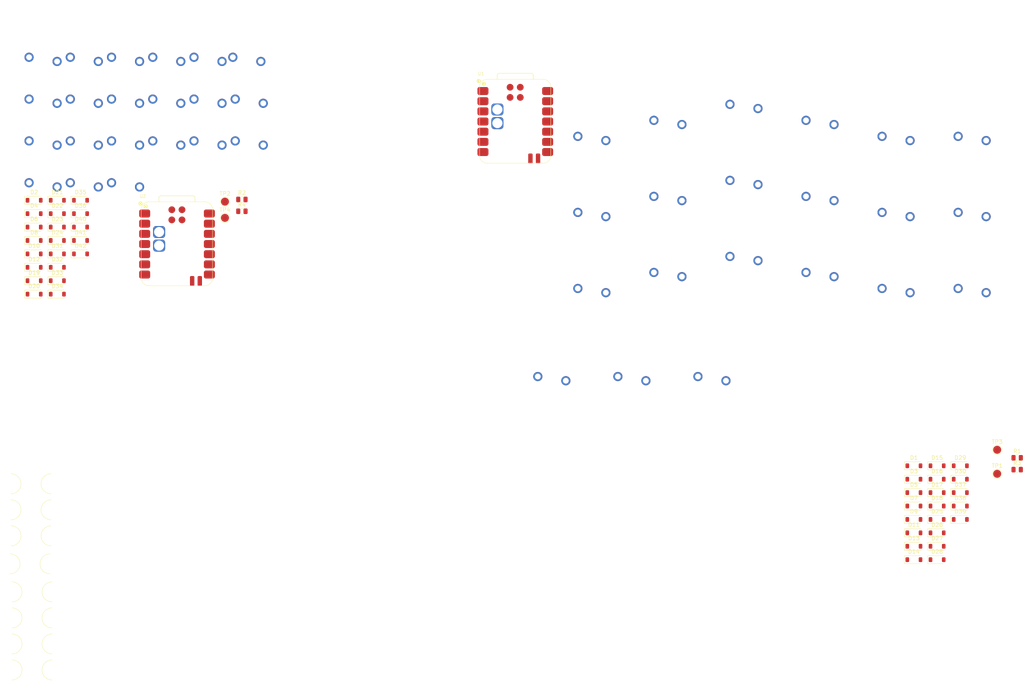
<source format=kicad_pcb>
(kicad_pcb (version 20241229) (generator "pcbnew") (generator_version "9.0")
  (layers (0 "F.Cu" signal) (2 "B.Cu" signal) (13 "F.Paste" user) (15 "B.Paste" user) (5 "F.SilkS" user "F.Silkscreen") (7 "B.SilkS" user "B.Silkscreen") (1 "F.Mask" user) (3 "B.Mask" user) (25 "Edge.Cuts" user))
  (net 0 "")
  (net 1 "Row1")
  (net 2 "Net-(D1-A)")
  (net 3 "Net-(D2-A)")
  (net 4 "Net-(D3-A)")
  (net 5 "Net-(D4-A)")
  (net 6 "Net-(D5-A)")
  (net 7 "Net-(D6-A)")
  (net 8 "Net-(D7-A)")
  (net 9 "Net-(D8-A)")
  (net 10 "Net-(D9-A)")
  (net 11 "Net-(D10-A)")
  (net 12 "Net-(D11-A)")
  (net 13 "Net-(D12-A)")
  (net 14 "Net-(D13-A)")
  (net 15 "Row2")
  (net 16 "Net-(D14-A)")
  (net 17 "Net-(D15-A)")
  (net 18 "Net-(D16-A)")
  (net 19 "Net-(D17-A)")
  (net 20 "Net-(D18-A)")
  (net 21 "Net-(D19-A)")
  (net 22 "Net-(D20-A)")
  (net 23 "Net-(D21-A)")
  (net 24 "Net-(D22-A)")
  (net 25 "Net-(D23-A)")
  (net 26 "Net-(D24-A)")
  (net 27 "Net-(D25-A)")
  (net 28 "Row3")
  (net 29 "Net-(D26-A)")
  (net 30 "Net-(D27-A)")
  (net 31 "Net-(D28-A)")
  (net 32 "Net-(D29-A)")
  (net 33 "Net-(D30-A)")
  (net 34 "Net-(D31-A)")
  (net 35 "Net-(D32-A)")
  (net 36 "Net-(D33-A)")
  (net 37 "Net-(D34-A)")
  (net 38 "Net-(D35-A)")
  (net 39 "Net-(D36-A)")
  (net 40 "Net-(D37-A)")
  (net 41 "Row4")
  (net 42 "Net-(D38-A)")
  (net 43 "Net-(D39-A)")
  (net 44 "Net-(D40-A)")
  (net 45 "Net-(D41-A)")
  (net 46 "Net-(D42-A)")
  (net 47 "BTPin")
  (net 48 "VBAT")
  (net 49 "GND")
  (net 50 "Col1")
  (net 51 "Col2")
  (net 52 "Col3")
  (net 53 "Col4")
  (net 54 "Col5")
  (net 55 "Col6")
  (footprint "GateronKS33Solder:Gateron-KS33-Solderable-1U" (layer "F.Cu") (at 243 88)
    (property "Reference" "SW29")
    (property "Value" "SW_Push")
    (pad "" np_thru_hole circle (at 0 0 180) (size 5.1 5.1) (drill 5.1) (layers "*.Cu" "*.Mask"))
    (pad "1" thru_hole circle (at -4.4 4.7 180) (size 2.3 2.3) (drill 1.45) (layers "*.Cu" "B.Mask") (net 54 "Col5"))
    (pad "2" thru_hole circle (at 2.6 5.75 180) (size 2.3 2.3) (drill 1.45) (layers "*.Cu" "B.Mask") (net 32 "Net-(D29-A)"))
  )
  (footprint "Diode_SMD:D_SOD-123" (layer "F.Cu") (at 32.576 84.0645)
    (property "Reference" "D31" (at 0 -2 0) (layer "F.SilkS"))
    (property "Value" "D")
    (pad "1" smd roundrect (at -1.65 0) (size 0.9 1.2) (layers "F.Cu" "F.Mask" "F.Paste") (net 28 "Row3"))
    (pad "2" smd roundrect (at 1.65 0) (size 0.9 1.2) (layers "F.Cu" "F.Mask" "F.Paste") (net 34 "Net-(D31-A)"))
  )
  (footprint "Diode_SMD:D_SOD-123" (layer "F.Cu") (at 26.781 90.7645)
    (property "Reference" "D19" (at 0 -2 0) (layer "F.SilkS"))
    (property "Value" "D")
    (pad "1" smd roundrect (at -1.65 0) (size 0.9 1.2) (layers "F.Cu" "F.Mask" "F.Paste") (net 15 "Row2"))
    (pad "2" smd roundrect (at 1.65 0) (size 0.9 1.2) (layers "F.Cu" "F.Mask" "F.Paste") (net 21 "Net-(D19-A)"))
  )
  (footprint "Panelization:mouse-bite-5mm-slot" (layer "F.Cu") (at 26.25 188)
    (property "Reference" "H7" (hide yes))
    (property "Value" "MountingHole" (hide yes))
    (pad "" np_thru_hole circle (at -3.75 -2.5) (size 0.5 0.5) (drill 0.5) (layers "*.Cu" "*.Mask"))
    (pad "" np_thru_hole circle (at -3.75 2.5) (size 0.5 0.5) (drill 0.5) (layers "*.Cu" "*.Mask"))
    (pad "" np_thru_hole circle (at -3 -2.5) (size 0.5 0.5) (drill 0.5) (layers "*.Cu" "*.Mask"))
    (pad "" np_thru_hole circle (at -3 -2.5) (size 0.5 0.5) (drill 0.5) (layers "*.Cu" "*.Mask"))
    (pad "" np_thru_hole circle (at -3 2.5) (size 0.5 0.5) (drill 0.5) (layers "*.Cu" "*.Mask"))
    (pad "" np_thru_hole circle (at -3 2.5) (size 0.5 0.5) (drill 0.5) (layers "*.Cu" "*.Mask"))
    (pad "" np_thru_hole circle (at -2.25 -2.5) (size 0.5 0.5) (drill 0.5) (layers "*.Cu" "*.Mask"))
    (pad "" np_thru_hole circle (at -2.25 2.5) (size 0.5 0.5) (drill 0.5) (layers "*.Cu" "*.Mask"))
    (pad "" np_thru_hole circle (at -1.5 -2.5) (size 0.5 0.5) (drill 0.5) (layers "*.Cu" "*.Mask"))
    (pad "" np_thru_hole circle (at -1.5 2.5) (size 0.5 0.5) (drill 0.5) (layers "*.Cu" "*.Mask"))
    (pad "" np_thru_hole circle (at -0.75 -2.5) (size 0.5 0.5) (drill 0.5) (layers "*.Cu" "*.Mask"))
    (pad "" np_thru_hole circle (at -0.75 2.5) (size 0.5 0.5) (drill 0.5) (layers "*.Cu" "*.Mask"))
    (pad "" np_thru_hole circle (at 0 -2.5) (size 0.5 0.5) (drill 0.5) (layers "*.Cu" "*.Mask"))
    (pad "" np_thru_hole circle (at 0 2.5) (size 0.5 0.5) (drill 0.5) (layers "*.Cu" "*.Mask"))
    (pad "" np_thru_hole circle (at 0.75 -2.5) (size 0.5 0.5) (drill 0.5) (layers "*.Cu" "*.Mask"))
    (pad "" np_thru_hole circle (at 0.75 2.5) (size 0.5 0.5) (drill 0.5) (layers "*.Cu" "*.Mask"))
    (pad "" np_thru_hole circle (at 1.5 -2.5) (size 0.5 0.5) (drill 0.5) (layers "*.Cu" "*.Mask"))
    (pad "" np_thru_hole circle (at 1.5 2.5) (size 0.5 0.5) (drill 0.5) (layers "*.Cu" "*.Mask"))
    (pad "" np_thru_hole circle (at 2.25 -2.5) (size 0.5 0.5) (drill 0.5) (layers "*.Cu" "*.Mask"))
    (pad "" np_thru_hole circle (at 2.25 2.5) (size 0.5 0.5) (drill 0.5) (layers "*.Cu" "*.Mask"))
    (pad "" np_thru_hole circle (at 3 -2.5) (size 0.5 0.5) (drill 0.5) (layers "*.Cu" "*.Mask"))
    (pad "" np_thru_hole circle (at 3 2.5) (size 0.5 0.5) (drill 0.5) (layers "*.Cu" "*.Mask"))
    (pad "" np_thru_hole circle (at 3.75 -2.5) (size 0.5 0.5) (drill 0.5) (layers "*.Cu" "*.Mask"))
    (pad "" np_thru_hole circle (at 3.75 2.5) (size 0.5 0.5) (drill 0.5) (layers "*.Cu" "*.Mask"))
  )
  (footprint "GateronKS33Solder:Gateron-KS33-Solderable-1U" (layer "F.Cu") (at 167 69)
    (property "Reference" "SW13")
    (property "Value" "SW_Push")
    (pad "" np_thru_hole circle (at 0 0 180) (size 5.1 5.1) (drill 5.1) (layers "*.Cu" "*.Mask"))
    (pad "1" thru_hole circle (at -4.4 4.7 180) (size 2.3 2.3) (drill 1.45) (layers "*.Cu" "B.Mask") (net 50 "Col1"))
    (pad "2" thru_hole circle (at 2.6 5.75 180) (size 2.3 2.3) (drill 1.45) (layers "*.Cu" "B.Mask") (net 14 "Net-(D13-A)"))
  )
  (footprint "Diode_SMD:D_SOD-123" (layer "F.Cu") (at 32.576 94.1145)
    (property "Reference" "D34" (at 0 -2 0) (layer "F.SilkS"))
    (property "Value" "D")
    (pad "1" smd roundrect (at -1.65 0) (size 0.9 1.2) (layers "F.Cu" "F.Mask" "F.Paste") (net 28 "Row3"))
    (pad "2" smd roundrect (at 1.65 0) (size 0.9 1.2) (layers "F.Cu" "F.Mask" "F.Paste") (net 37 "Net-(D34-A)"))
  )
  (footprint "TestPoint:TestPoint_Pad_D2.0mm" (layer "F.Cu") (at 267.35 133)
    (property "Reference" "TP3" (at 0 -1.998 0) (layer "F.SilkS"))
    (property "Value" "GND")
    (pad "1" smd circle (at 0 0) (size 2 2) (layers "F.Cu" "F.Mask") (net 49 "GND"))
  )
  (footprint "GateronKS33Solder:Gateron-KS33-Solderable-1U" (layer "F.Cu") (at 50.511 51.1395)
    (property "Reference" "SW33")
    (property "Value" "SW_Push")
    (pad "" np_thru_hole circle (at 0 0 180) (size 5.1 5.1) (drill 5.1) (layers "*.Cu" "*.Mask"))
    (pad "1" thru_hole circle (at -4.4 4.7 180) (size 2.3 2.3) (drill 1.45) (layers "*.Cu" "B.Mask") (net 52 "Col3"))
    (pad "2" thru_hole circle (at 2.6 5.75 180) (size 2.3 2.3) (drill 1.45) (layers "*.Cu" "B.Mask") (net 36 "Net-(D33-A)"))
  )
  (footprint "GateronKS33Solder:Gateron-KS33-Solderable-1U" (layer "F.Cu") (at 71.111 51.1395)
    (property "Reference" "SW35")
    (property "Value" "SW_Push")
    (pad "" np_thru_hole circle (at 0 0 180) (size 5.1 5.1) (drill 5.1) (layers "*.Cu" "*.Mask"))
    (pad "1" thru_hole circle (at -4.4 4.7 180) (size 2.3 2.3) (drill 1.45) (layers "*.Cu" "B.Mask") (net 54 "Col5"))
    (pad "2" thru_hole circle (at 2.6 5.75 180) (size 2.3 2.3) (drill 1.45) (layers "*.Cu" "B.Mask") (net 38 "Net-(D35-A)"))
  )
  (footprint "Diode_SMD:D_SOD-123" (layer "F.Cu") (at 38.371 84.0645)
    (property "Reference" "D42" (at 0 -2 0) (layer "F.SilkS"))
    (property "Value" "D")
    (pad "1" smd roundrect (at -1.65 0) (size 0.9 1.2) (layers "F.Cu" "F.Mask" "F.Paste") (net 41 "Row4"))
    (pad "2" smd roundrect (at 1.65 0) (size 0.9 1.2) (layers "F.Cu" "F.Mask" "F.Paste") (net 46 "Net-(D42-A)"))
  )
  (footprint "Diode_SMD:D_SOD-123" (layer "F.Cu") (at 26.781 94.1145)
    (property "Reference" "D20" (at 0 -2 0) (layer "F.SilkS"))
    (property "Value" "D")
    (pad "1" smd roundrect (at -1.65 0) (size 0.9 1.2) (layers "F.Cu" "F.Mask" "F.Paste") (net 15 "Row2"))
    (pad "2" smd roundrect (at 1.65 0) (size 0.9 1.2) (layers "F.Cu" "F.Mask" "F.Paste") (net 22 "Net-(D20-A)"))
  )
  (footprint "Diode_SMD:D_SOD-123" (layer "F.Cu") (at 32.576 74.0145)
    (property "Reference" "D22" (at 0 -2 0) (layer "F.SilkS"))
    (property "Value" "D")
    (pad "1" smd roundrect (at -1.65 0) (size 0.9 1.2) (layers "F.Cu" "F.Mask" "F.Paste") (net 15 "Row2"))
    (pad "2" smd roundrect (at 1.65 0) (size 0.9 1.2) (layers "F.Cu" "F.Mask" "F.Paste") (net 24 "Net-(D22-A)"))
  )
  (footprint "Diode_SMD:D_SOD-123" (layer "F.Cu") (at 246.555 147.05)
    (property "Reference" "D7" (at 0 -2 0) (layer "F.SilkS"))
    (property "Value" "D")
    (pad "1" smd roundrect (at -1.65 0) (size 0.9 1.2) (layers "F.Cu" "F.Mask" "F.Paste") (net 1 "Row1"))
    (pad "2" smd roundrect (at 1.65 0) (size 0.9 1.2) (layers "F.Cu" "F.Mask" "F.Paste") (net 8 "Net-(D7-A)"))
  )
  (footprint "GateronKS33Solder:Gateron-KS33-Solderable-1U" (layer "F.Cu") (at 157 110)
    (property "Reference" "SW37")
    (property "Value" "SW_Push")
    (pad "" np_thru_hole circle (at 0 0 180) (size 5.1 5.1) (drill 5.1) (layers "*.Cu" "*.Mask"))
    (pad "1" thru_hole circle (at -4.4 4.7 180) (size 2.3 2.3) (drill 1.45) (layers "*.Cu" "B.Mask") (net 50 "Col1"))
    (pad "2" thru_hole circle (at 2.6 5.75 180) (size 2.3 2.3) (drill 1.45) (layers "*.Cu" "B.Mask") (net 40 "Net-(D37-A)"))
  )
  (footprint "Panelization:mouse-bite-5mm-slot" (layer "F.Cu") (at 26.25 175)
    (property "Reference" "H3" (hide yes))
    (property "Value" "MountingHole" (hide yes))
    (pad "" np_thru_hole circle (at -3.75 -2.5) (size 0.5 0.5) (drill 0.5) (layers "*.Cu" "*.Mask"))
    (pad "" np_thru_hole circle (at -3.75 2.5) (size 0.5 0.5) (drill 0.5) (layers "*.Cu" "*.Mask"))
    (pad "" np_thru_hole circle (at -3 -2.5) (size 0.5 0.5) (drill 0.5) (layers "*.Cu" "*.Mask"))
    (pad "" np_thru_hole circle (at -3 -2.5) (size 0.5 0.5) (drill 0.5) (layers "*.Cu" "*.Mask"))
    (pad "" np_thru_hole circle (at -3 2.5) (size 0.5 0.5) (drill 0.5) (layers "*.Cu" "*.Mask"))
    (pad "" np_thru_hole circle (at -3 2.5) (size 0.5 0.5) (drill 0.5) (layers "*.Cu" "*.Mask"))
    (pad "" np_thru_hole circle (at -2.25 -2.5) (size 0.5 0.5) (drill 0.5) (layers "*.Cu" "*.Mask"))
    (pad "" np_thru_hole circle (at -2.25 2.5) (size 0.5 0.5) (drill 0.5) (layers "*.Cu" "*.Mask"))
    (pad "" np_thru_hole circle (at -1.5 -2.5) (size 0.5 0.5) (drill 0.5) (layers "*.Cu" "*.Mask"))
    (pad "" np_thru_hole circle (at -1.5 2.5) (size 0.5 0.5) (drill 0.5) (layers "*.Cu" "*.Mask"))
    (pad "" np_thru_hole circle (at -0.75 -2.5) (size 0.5 0.5) (drill 0.5) (layers "*.Cu" "*.Mask"))
    (pad "" np_thru_hole circle (at -0.75 2.5) (size 0.5 0.5) (drill 0.5) (layers "*.Cu" "*.Mask"))
    (pad "" np_thru_hole circle (at 0 -2.5) (size 0.5 0.5) (drill 0.5) (layers "*.Cu" "*.Mask"))
    (pad "" np_thru_hole circle (at 0 2.5) (size 0.5 0.5) (drill 0.5) (layers "*.Cu" "*.Mask"))
    (pad "" np_thru_hole circle (at 0.75 -2.5) (size 0.5 0.5) (drill 0.5) (layers "*.Cu" "*.Mask"))
    (pad "" np_thru_hole circle (at 0.75 2.5) (size 0.5 0.5) (drill 0.5) (layers "*.Cu" "*.Mask"))
    (pad "" np_thru_hole circle (at 1.5 -2.5) (size 0.5 0.5) (drill 0.5) (layers "*.Cu" "*.Mask"))
    (pad "" np_thru_hole circle (at 1.5 2.5) (size 0.5 0.5) (drill 0.5) (layers "*.Cu" "*.Mask"))
    (pad "" np_thru_hole circle (at 2.25 -2.5) (size 0.5 0.5) (drill 0.5) (layers "*.Cu" "*.Mask"))
    (pad "" np_thru_hole circle (at 2.25 2.5) (size 0.5 0.5) (drill 0.5) (layers "*.Cu" "*.Mask"))
    (pad "" np_thru_hole circle (at 3 -2.5) (size 0.5 0.5) (drill 0.5) (layers "*.Cu" "*.Mask"))
    (pad "" np_thru_hole circle (at 3 2.5) (size 0.5 0.5) (drill 0.5) (layers "*.Cu" "*.Mask"))
    (pad "" np_thru_hole circle (at 3.75 -2.5) (size 0.5 0.5) (drill 0.5) (layers "*.Cu" "*.Mask"))
    (pad "" np_thru_hole circle (at 3.75 2.5) (size 0.5 0.5) (drill 0.5) (layers "*.Cu" "*.Mask"))
  )
  (footprint "Diode_SMD:D_SOD-123" (layer "F.Cu") (at 246.555 160.45)
    (property "Reference" "D14" (at 0 -2 0) (layer "F.SilkS"))
    (property "Value" "D")
    (pad "1" smd roundrect (at -1.65 0) (size 0.9 1.2) (layers "F.Cu" "F.Mask" "F.Paste") (net 15 "Row2"))
    (pad "2" smd roundrect (at 1.65 0) (size 0.9 1.2) (layers "F.Cu" "F.Mask" "F.Paste") (net 16 "Net-(D14-A)"))
  )
  (footprint "Diode_SMD:D_SOD-123" (layer "F.Cu") (at 246.555 150.4)
    (property "Reference" "D9" (at 0 -2 0) (layer "F.SilkS"))
    (property "Value" "D")
    (pad "1" smd roundrect (at -1.65 0) (size 0.9 1.2) (layers "F.Cu" "F.Mask" "F.Paste") (net 1 "Row1"))
    (pad "2" smd roundrect (at 1.65 0) (size 0.9 1.2) (layers "F.Cu" "F.Mask" "F.Paste") (net 10 "Net-(D9-A)"))
  )
  (footprint "GateronKS33Solder:Gateron-KS33-Solderable-1U" (layer "F.Cu") (at 29.911 61.5895)
    (property "Reference" "SW40")
    (property "Value" "SW_Push")
    (pad "" np_thru_hole circle (at 0 0 180) (size 5.1 5.1) (drill 5.1) (layers "*.Cu" "*.Mask"))
    (pad "1" thru_hole circle (at -4.4 4.7 180) (size 2.3 2.3) (drill 1.45) (layers "*.Cu" "B.Mask") (net 50 "Col1"))
    (pad "2" thru_hole circle (at 2.6 5.75 180) (size 2.3 2.3) (drill 1.45) (layers "*.Cu" "B.Mask") (net 44 "Net-(D40-A)"))
  )
  (footprint "Diode_SMD:D_SOD-123" (layer "F.Cu") (at 252.35 160.45)
    (property "Reference" "D28" (at 0 -2 0) (layer "F.SilkS"))
    (property "Value" "D")
    (pad "1" smd roundrect (at -1.65 0) (size 0.9 1.2) (layers "F.Cu" "F.Mask" "F.Paste") (net 28 "Row3"))
    (pad "2" smd roundrect (at 1.65 0) (size 0.9 1.2) (layers "F.Cu" "F.Mask" "F.Paste") (net 31 "Net-(D28-A)"))
  )
  (footprint "GateronKS33Solder:Gateron-KS33-Solderable-1U" (layer "F.Cu") (at 224 84)
    (property "Reference" "SW28")
    (property "Value" "SW_Push")
    (pad "" np_thru_hole circle (at 0 0 180) (size 5.1 5.1) (drill 5.1) (layers "*.Cu" "*.Mask"))
    (pad "1" thru_hole circle (at -4.4 4.7 180) (size 2.3 2.3) (drill 1.45) (layers "*.Cu" "B.Mask") (net 53 "Col4"))
    (pad "2" thru_hole circle (at 2.6 5.75 180) (size 2.3 2.3) (drill 1.45) (layers "*.Cu" "B.Mask") (net 31 "Net-(D28-A)"))
  )
  (footprint "Resistor_SMD:R_0805_2012Metric" (layer "F.Cu") (at 78.676 73.4145)
    (property "Reference" "R4" (at 0 -1.65 0) (layer "F.SilkS"))
    (property "Value" "R")
    (pad "1" smd roundrect (at -0.9125 0) (size 1.025 1.4) (layers "F.Cu" "F.Mask" "F.Paste") (roundrect_rratio 0.243902) (net 47 "BTPin"))
    (pad "2" smd roundrect (at 0.9125 0) (size 1.025 1.4) (layers "F.Cu" "F.Mask" "F.Paste") (roundrect_rratio 0.243902) (net 49 "GND"))
  )
  (footprint "GateronKS33Solder:Gateron-KS33-Solderable-1U" (layer "F.Cu") (at 81.411 40.6895)
    (property "Reference" "SW24")
    (property "Value" "SW_Push")
    (pad "" np_thru_hole circle (at 0 0 180) (size 5.1 5.1) (drill 5.1) (layers "*.Cu" "*.Mask"))
    (pad "1" thru_hole circle (at -4.4 4.7 180) (size 2.3 2.3) (drill 1.45) (layers "*.Cu" "B.Mask") (net 55 "Col6"))
    (pad "2" thru_hole circle (at 2.6 5.75 180) (size 2.3 2.3) (drill 1.45) (layers "*.Cu" "B.Mask") (net 26 "Net-(D24-A)"))
  )
  (footprint "Diode_SMD:D_SOD-123" (layer "F.Cu") (at 258.145 137)
    (property "Reference" "D29" (at 0 -2 0) (layer "F.SilkS"))
    (property "Value" "D")
    (pad "1" smd roundrect (at -1.65 0) (size 0.9 1.2) (layers "F.Cu" "F.Mask" "F.Paste") (net 28 "Row3"))
    (pad "2" smd roundrect (at 1.65 0) (size 0.9 1.2) (layers "F.Cu" "F.Mask" "F.Paste") (net 32 "Net-(D29-A)"))
  )
  (footprint "GateronKS33Solder:Gateron-KS33-Solderable-1U" (layer "F.Cu") (at 262 69)
    (property "Reference" "SW18")
    (property "Value" "SW_Push")
    (pad "" np_thru_hole circle (at 0 0 180) (size 5.1 5.1) (drill 5.1) (layers "*.Cu" "*.Mask"))
    (pad "1" thru_hole circle (at -4.4 4.7 180) (size 2.3 2.3) (drill 1.45) (layers "*.Cu" "B.Mask") (net 55 "Col6"))
    (pad "2" thru_hole circle (at 2.6 5.75 180) (size 2.3 2.3) (drill 1.45) (layers "*.Cu" "B.Mask") (net 20 "Net-(D18-A)"))
  )
  (footprint "Diode_SMD:D_SOD-123" (layer "F.Cu") (at 246.555 153.75)
    (property "Reference" "D11" (at 0 -2 0) (layer "F.SilkS"))
    (property "Value" "D")
    (pad "1" smd roundrect (at -1.65 0) (size 0.9 1.2) (layers "F.Cu" "F.Mask" "F.Paste") (net 1 "Row1"))
    (pad "2" smd roundrect (at 1.65 0) (size 0.9 1.2) (layers "F.Cu" "F.Mask" "F.Paste") (net 12 "Net-(D11-A)"))
  )
  (footprint "Diode_SMD:D_SOD-123" (layer "F.Cu") (at 26.781 77.3645)
    (property "Reference" "D6" (at 0 -2 0) (layer "F.SilkS"))
    (property "Value" "D")
    (pad "1" smd roundrect (at -1.65 0) (size 0.9 1.2) (layers "F.Cu" "F.Mask" "F.Paste") (net 1 "Row1"))
    (pad "2" smd roundrect (at 1.65 0) (size 0.9 1.2) (layers "F.Cu" "F.Mask" "F.Paste") (net 7 "Net-(D6-A)"))
  )
  (footprint "GateronKS33Solder:Gateron-KS33-Solderable-1U" (layer "F.Cu") (at 167 88)
    (property "Reference" "SW25")
    (property "Value" "SW_Push")
    (pad "" np_thru_hole circle (at 0 0 180) (size 5.1 5.1) (drill 5.1) (layers "*.Cu" "*.Mask"))
    (pad "1" thru_hole circle (at -4.4 4.7 180) (size 2.3 2.3) (drill 1.45) (layers "*.Cu" "B.Mask") (net 50 "Col1"))
    (pad "2" thru_hole circle (at 2.6 5.75 180) (size 2.3 2.3) (drill 1.45) (layers "*.Cu" "B.Mask") (net 27 "Net-(D25-A)"))
  )
  (footprint "Diode_SMD:D_SOD-123" (layer "F.Cu") (at 252.35 143.7)
    (property "Reference" "D17" (at 0 -2 0) (layer "F.SilkS"))
    (property "Value" "D")
    (pad "1" smd roundrect (at -1.65 0) (size 0.9 1.2) (layers "F.Cu" "F.Mask" "F.Paste") (net 15 "Row2"))
    (pad "2" smd roundrect (at 1.65 0) (size 0.9 1.2) (layers "F.Cu" "F.Mask" "F.Paste") (net 19 "Net-(D17-A)"))
  )
  (footprint "GateronKS33Solder:Gateron-KS33-Solderable-1U" (layer "F.Cu") (at 50.511 30.2395)
    (property "Reference" "SW6")
    (property "Value" "SW_Push")
    (pad "" np_thru_hole circle (at 0 0 180) (size 5.1 5.1) (drill 5.1) (layers "*.Cu" "*.Mask"))
    (pad "1" thru_hole circle (at -4.4 4.7 180) (size 2.3 2.3) (drill 1.45) (layers "*.Cu" "B.Mask") (net 52 "Col3"))
    (pad "2" thru_hole circle (at 2.6 5.75 180) (size 2.3 2.3) (drill 1.45) (layers "*.Cu" "B.Mask") (net 7 "Net-(D6-A)"))
  )
  (footprint "GateronKS33Solder:Gateron-KS33-Solderable-1U" (layer "F.Cu") (at 40.211 51.1395)
    (property "Reference" "SW32")
    (property "Value" "SW_Push")
    (pad "" np_thru_hole circle (at 0 0 180) (size 5.1 5.1) (drill 5.1) (layers "*.Cu" "*.Mask"))
    (pad "1" thru_hole circle (at -4.4 4.7 180) (size 2.3 2.3) (drill 1.45) (layers "*.Cu" "B.Mask") (net 51 "Col2"))
    (pad "2" thru_hole circle (at 2.6 5.75 180) (size 2.3 2.3) (drill 1.45) (layers "*.Cu" "B.Mask") (net 35 "Net-(D32-A)"))
  )
  (footprint "Diode_SMD:D_SOD-123" (layer "F.Cu") (at 252.35 140.35)
    (property "Reference" "D16" (at 0 -2 0) (layer "F.SilkS"))
    (property "Value" "D")
    (pad "1" smd roundrect (at -1.65 0) (size 0.9 1.2) (layers "F.Cu" "F.Mask" "F.Paste") (net 15 "Row2"))
    (pad "2" smd roundrect (at 1.65 0) (size 0.9 1.2) (layers "F.Cu" "F.Mask" "F.Paste") (net 18 "Net-(D16-A)"))
  )
  (footprint "Panelization:mouse-bite-5mm-slot" (layer "F.Cu") (at 26.25 168.5)
    (property "Reference" "H1" (hide yes))
    (property "Value" "MountingHole" (hide yes))
    (pad "" np_thru_hole circle (at -3.75 -2.5) (size 0.5 0.5) (drill 0.5) (layers "*.Cu" "*.Mask"))
    (pad "" np_thru_hole circle (at -3.75 2.5) (size 0.5 0.5) (drill 0.5) (layers "*.Cu" "*.Mask"))
    (pad "" np_thru_hole circle (at -3 -2.5) (size 0.5 0.5) (drill 0.5) (layers "*.Cu" "*.Mask"))
    (pad "" np_thru_hole circle (at -3 -2.5) (size 0.5 0.5) (drill 0.5) (layers "*.Cu" "*.Mask"))
    (pad "" np_thru_hole circle (at -3 2.5) (size 0.5 0.5) (drill 0.5) (layers "*.Cu" "*.Mask"))
    (pad "" np_thru_hole circle (at -3 2.5) (size 0.5 0.5) (drill 0.5) (layers "*.Cu" "*.Mask"))
    (pad "" np_thru_hole circle (at -2.25 -2.5) (size 0.5 0.5) (drill 0.5) (layers "*.Cu" "*.Mask"))
    (pad "" np_thru_hole circle (at -2.25 2.5) (size 0.5 0.5) (drill 0.5) (layers "*.Cu" "*.Mask"))
    (pad "" np_thru_hole circle (at -1.5 -2.5) (size 0.5 0.5) (drill 0.5) (layers "*.Cu" "*.Mask"))
    (pad "" np_thru_hole circle (at -1.5 2.5) (size 0.5 0.5) (drill 0.5) (layers "*.Cu" "*.Mask"))
    (pad "" np_thru_hole circle (at -0.75 -2.5) (size 0.5 0.5) (drill 0.5) (layers "*.Cu" "*.Mask"))
    (pad "" np_thru_hole circle (at -0.75 2.5) (size 0.5 0.5) (drill 0.5) (layers "*.Cu" "*.Mask"))
    (pad "" np_thru_hole circle (at 0 -2.5) (size 0.5 0.5) (drill 0.5) (layers "*.Cu" "*.Mask"))
    (pad "" np_thru_hole circle (at 0 2.5) (size 0.5 0.5) (drill 0.5) (layers "*.Cu" "*.Mask"))
    (pad "" np_thru_hole circle (at 0.75 -2.5) (size 0.5 0.5) (drill 0.5) (layers "*.Cu" "*.Mask"))
    (pad "" np_thru_hole circle (at 0.75 2.5) (size 0.5 0.5) (drill 0.5) (layers "*.Cu" "*.Mask"))
    (pad "" np_thru_hole circle (at 1.5 -2.5) (size 0.5 0.5) (drill 0.5) (layers "*.Cu" "*.Mask"))
    (pad "" np_thru_hole circle (at 1.5 2.5) (size 0.5 0.5) (drill 0.5) (layers "*.Cu" "*.Mask"))
    (pad "" np_thru_hole circle (at 2.25 -2.5) (size 0.5 0.5) (drill 0.5) (layers "*.Cu" "*.Mask"))
    (pad "" np_thru_hole circle (at 2.25 2.5) (size 0.5 0.5) (drill 0.5) (layers "*.Cu" "*.Mask"))
    (pad "" np_thru_hole circle (at 3 -2.5) (size 0.5 0.5) (drill 0.5) (layers "*.Cu" "*.Mask"))
    (pad "" np_thru_hole circle (at 3 2.5) (size 0.5 0.5) (drill 0.5) (layers "*.Cu" "*.Mask"))
    (pad "" np_thru_hole circle (at 3.75 -2.5) (size 0.5 0.5) (drill 0.5) (layers "*.Cu" "*.Mask"))
    (pad "" np_thru_hole circle (at 3.75 2.5) (size 0.5 0.5) (drill 0.5) (layers "*.Cu" "*.Mask"))
  )
  (footprint "GateronKS33Solder:Gateron-KS33-Solderable-1U" (layer "F.Cu") (at 186 65)
    (property "Reference" "SW14")
    (property "Value" "SW_Push")
    (pad "" np_thru_hole circle (at 0 0 180) (size 5.1 5.1) (drill 5.1) (layers "*.Cu" "*.Mask"))
    (pad "1" thru_hole circle (at -4.4 4.7 180) (size 2.3 2.3) (drill 1.45) (layers "*.Cu" "B.Mask") (net 51 "Col2"))
    (pad "2" thru_hole circle (at 2.6 5.75 180) (size 2.3 2.3) (drill 1.45) (layers "*.Cu" "B.Mask") (net 16 "Net-(D14-A)"))
  )
  (footprint "Panelization:mouse-bite-5mm-slot" (layer "F.Cu") (at 26.25 181.5)
    (property "Reference" "H5" (hide yes))
    (property "Value" "MountingHole" (hide yes))
    (pad "" np_thru_hole circle (at -3.75 -2.5) (size 0.5 0.5) (drill 0.5) (layers "*.Cu" "*.Mask"))
    (pad "" np_thru_hole circle (at -3.75 2.5) (size 0.5 0.5) (drill 0.5) (layers "*.Cu" "*.Mask"))
    (pad "" np_thru_hole circle (at -3 -2.5) (size 0.5 0.5) (drill 0.5) (layers "*.Cu" "*.Mask"))
    (pad "" np_thru_hole circle (at -3 -2.5) (size 0.5 0.5) (drill 0.5) (layers "*.Cu" "*.Mask"))
    (pad "" np_thru_hole circle (at -3 2.5) (size 0.5 0.5) (drill 0.5) (layers "*.Cu" "*.Mask"))
    (pad "" np_thru_hole circle (at -3 2.5) (size 0.5 0.5) (drill 0.5) (layers "*.Cu" "*.Mask"))
    (pad "" np_thru_hole circle (at -2.25 -2.5) (size 0.5 0.5) (drill 0.5) (layers "*.Cu" "*.Mask"))
    (pad "" np_thru_hole circle (at -2.25 2.5) (size 0.5 0.5) (drill 0.5) (layers "*.Cu" "*.Mask"))
    (pad "" np_thru_hole circle (at -1.5 -2.5) (size 0.5 0.5) (drill 0.5) (layers "*.Cu" "*.Mask"))
    (pad "" np_thru_hole circle (at -1.5 2.5) (size 0.5 0.5) (drill 0.5) (layers "*.Cu" "*.Mask"))
    (pad "" np_thru_hole circle (at -0.75 -2.5) (size 0.5 0.5) (drill 0.5) (layers "*.Cu" "*.Mask"))
    (pad "" np_thru_hole circle (at -0.75 2.5) (size 0.5 0.5) (drill 0.5) (layers "*.Cu" "*.Mask"))
    (pad "" np_thru_hole circle (at 0 -2.5) (size 0.5 0.5) (drill 0.5) (layers "*.Cu" "*.Mask"))
    (pad "" np_thru_hole circle (at 0 2.5) (size 0.5 0.5) (drill 0.5) (layers "*.Cu" "*.Mask"))
    (pad "" np_thru_hole circle (at 0.75 -2.5) (size 0.5 0.5) (drill 0.5) (layers "*.Cu" "*.Mask"))
    (pad "" np_thru_hole circle (at 0.75 2.5) (size 0.5 0.5) (drill 0.5) (layers "*.Cu" "*.Mask"))
    (pad "" np_thru_hole circle (at 1.5 -2.5) (size 0.5 0.5) (drill 0.5) (layers "*.Cu" "*.Mask"))
    (pad "" np_thru_hole circle (at 1.5 2.5) (size 0.5 0.5) (drill 0.5) (layers "*.Cu" "*.Mask"))
    (pad "" np_thru_hole circle (at 2.25 -2.5) (size 0.5 0.5) (drill 0.5) (layers "*.Cu" "*.Mask"))
    (pad "" np_thru_hole circle (at 2.25 2.5) (size 0.5 0.5) (drill 0.5) (layers "*.Cu" "*.Mask"))
    (pad "" np_thru_hole circle (at 3 -2.5) (size 0.5 0.5) (drill 0.5) (layers "*.Cu" "*.Mask"))
    (pad "" np_thru_hole circle (at 3 2.5) (size 0.5 0.5) (drill 0.5) (layers "*.Cu" "*.Mask"))
    (pad "" np_thru_hole circle (at 3.75 -2.5) (size 0.5 0.5) (drill 0.5) (layers "*.Cu" "*.Mask"))
    (pad "" np_thru_hole circle (at 3.75 2.5) (size 0.5 0.5) (drill 0.5) (layers "*.Cu" "*.Mask"))
  )
  (footprint "GateronKS33Solder:Gateron-KS33-Solderable-1U" (layer "F.Cu") (at 224 65)
    (property "Reference" "SW16")
    (property "Value" "SW_Push")
    (pad "" np_thru_hole circle (at 0 0 180) (size 5.1 5.1) (drill 5.1) (layers "*.Cu" "*.Mask"))
    (pad "1" thru_hole circle (at -4.4 4.7 180) (size 2.3 2.3) (drill 1.45) (layers "*.Cu" "B.Mask") (net 53 "Col4"))
    (pad "2" thru_hole circle (at 2.6 5.75 180) (size 2.3 2.3) (drill 1.45) (layers "*.Cu" "B.Mask") (net 18 "Net-(D16-A)"))
  )
  (footprint "Diode_SMD:D_SOD-123" (layer "F.Cu") (at 26.781 87.4145)
    (property "Reference" "D12" (at 0 -2 0) (layer "F.SilkS"))
    (property "Value" "D")
    (pad "1" smd roundrect (at -1.65 0) (size 0.9 1.2) (layers "F.Cu" "F.Mask" "F.Paste") (net 1 "Row1"))
    (pad "2" smd roundrect (at 1.65 0) (size 0.9 1.2) (layers "F.Cu" "F.Mask" "F.Paste") (net 13 "Net-(D12-A)"))
  )
  (footprint "Diode_SMD:D_SOD-123" (layer "F.Cu") (at 32.576 87.4145)
    (property "Reference" "D32" (at 0 -2 0) (layer "F.SilkS"))
    (property "Value" "D")
    (pad "1" smd roundrect (at -1.65 0) (size 0.9 1.2) (layers "F.Cu" "F.Mask" "F.Paste") (net 28 "Row3"))
    (pad "2" smd roundrect (at 1.65 0) (size 0.9 1.2) (layers "F.Cu" "F.Mask" "F.Paste") (net 35 "Net-(D32-A)"))
  )
  (footprint "GateronKS33Solder:Gateron-KS33-Solderable-1U" (layer "F.Cu") (at 243 50)
    (property "Reference" "SW9")
    (property "Value" "SW_Push")
    (pad "" np_thru_hole circle (at 0 0 180) (size 5.1 5.1) (drill 5.1) (layers "*.Cu" "*.Mask"))
    (pad "1" thru_hole circle (at -4.4 4.7 180) (size 2.3 2.3) (drill 1.45) (layers "*.Cu" "B.Mask") (net 54 "Col5"))
    (pad "2" thru_hole circle (at 2.6 5.75 180) (size 2.3 2.3) (drill 1.45) (layers "*.Cu" "B.Mask") (net 10 "Net-(D9-A)"))
  )
  (footprint "Panelization:mouse-bite-5mm-slot" (layer "F.Cu") (at 26 148 180)
    (property "Reference" "H6" (hide yes))
    (property "Value" "MountingHole" (hide yes))
    (pad "" np_thru_hole circle (at -3.75 -2.5 180) (size 0.5 0.5) (drill 0.5) (layers "*.Cu" "*.Mask"))
    (pad "" np_thru_hole circle (at -3.75 2.5 180) (size 0.5 0.5) (drill 0.5) (layers "*.Cu" "*.Mask"))
    (pad "" np_thru_hole circle (at -3 -2.5 180) (size 0.5 0.5) (drill 0.5) (layers "*.Cu" "*.Mask"))
    (pad "" np_thru_hole circle (at -3 -2.5 180) (size 0.5 0.5) (drill 0.5) (layers "*.Cu" "*.Mask"))
    (pad "" np_thru_hole circle (at -3 2.5 180) (size 0.5 0.5) (drill 0.5) (layers "*.Cu" "*.Mask"))
    (pad "" np_thru_hole circle (at -3 2.5 180) (size 0.5 0.5) (drill 0.5) (layers "*.Cu" "*.Mask"))
    (pad "" np_thru_hole circle (at -2.25 -2.5 180) (size 0.5 0.5) (drill 0.5) (layers "*.Cu" "*.Mask"))
    (pad "" np_thru_hole circle (at -2.25 2.5 180) (size 0.5 0.5) (drill 0.5) (layers "*.Cu" "*.Mask"))
    (pad "" np_thru_hole circle (at -1.5 -2.5 180) (size 0.5 0.5) (drill 0.5) (layers "*.Cu" "*.Mask"))
    (pad "" np_thru_hole circle (at -1.5 2.5 180) (size 0.5 0.5) (drill 0.5) (layers "*.Cu" "*.Mask"))
    (pad "" np_thru_hole circle (at -0.75 -2.5 180) (size 0.5 0.5) (drill 0.5) (layers "*.Cu" "*.Mask"))
    (pad "" np_thru_hole circle (at -0.75 2.5 180) (size 0.5 0.5) (drill 0.5) (layers "*.Cu" "*.Mask"))
    (pad "" np_thru_hole circle (at 0 -2.5 180) (size 0.5 0.5) (drill 0.5) (layers "*.Cu" "*.Mask"))
    (pad "" np_thru_hole circle (at 0 2.5 180) (size 0.5 0.5) (drill 0.5) (layers "*.Cu" "*.Mask"))
    (pad "" np_thru_hole circle (at 0.75 -2.5 180) (size 0.5 0.5) (drill 0.5) (layers "*.Cu" "*.Mask"))
    (pad "" np_thru_hole circle (at 0.75 2.5 180) (size 0.5 0.5) (drill 0.5) (layers "*.Cu" "*.Mask"))
    (pad "" np_thru_hole circle (at 1.5 -2.5 180) (size 0.5 0.5) (drill 0.5) (layers "*.Cu" "*.Mask"))
    (pad "" np_thru_hole circle (at 1.5 2.5 180) (size 0.5 0.5) (drill 0.5) (layers "*.Cu" "*.Mask"))
    (pad "" np_thru_hole circle (at 2.25 -2.5 180) (size 0.5 0.5) (drill 0.5) (layers "*.Cu" "*.Mask"))
    (pad "" np_thru_hole circle (at 2.25 2.5 180) (size 0.5 0.5) (drill 0.5) (layers "*.Cu" "*.Mask"))
    (pad "" np_thru_hole circle (at 3 -2.5 180) (size 0.5 0.5) (drill 0.5) (layers "*.Cu" "*.Mask"))
    (pad "" np_thru_hole circle (at 3 2.5 180) (size 0.5 0.5) (drill 0.5) (layers "*.Cu" "*.Mask"))
    (pad "" np_thru_hole circle (at 3.75 -2.5 180) (size 0.5 0.5) (drill 0.5) (layers "*.Cu" "*.Mask"))
    (pad "" np_thru_hole circle (at 3.75 2.5 180) (size 0.5 0.5) (drill 0.5) (layers "*.Cu" "*.Mask"))
  )
  (footprint "Panelization:mouse-bite-5mm-slot" (layer "F.Cu") (at 26 141.5 180)
    (property "Reference" "H8" (hide yes))
    (property "Value" "MountingHole" (hide yes))
    (pad "" np_thru_hole circle (at -3.75 -2.5 180) (size 0.5 0.5) (drill 0.5) (layers "*.Cu" "*.Mask"))
    (pad "" np_thru_hole circle (at -3.75 2.5 180) (size 0.5 0.5) (drill 0.5) (layers "*.Cu" "*.Mask"))
    (pad "" np_thru_hole circle (at -3 -2.5 180) (size 0.5 0.5) (drill 0.5) (layers "*.Cu" "*.Mask"))
    (pad "" np_thru_hole circle (at -3 -2.5 180) (size 0.5 0.5) (drill 0.5) (layers "*.Cu" "*.Mask"))
    (pad "" np_thru_hole circle (at -3 2.5 180) (size 0.5 0.5) (drill 0.5) (layers "*.Cu" "*.Mask"))
    (pad "" np_thru_hole circle (at -3 2.5 180) (size 0.5 0.5) (drill 0.5) (layers "*.Cu" "*.Mask"))
    (pad "" np_thru_hole circle (at -2.25 -2.5 180) (size 0.5 0.5) (drill 0.5) (layers "*.Cu" "*.Mask"))
    (pad "" np_thru_hole circle (at -2.25 2.5 180) (size 0.5 0.5) (drill 0.5) (layers "*.Cu" "*.Mask"))
    (pad "" np_thru_hole circle (at -1.5 -2.5 180) (size 0.5 0.5) (drill 0.5) (layers "*.Cu" "*.Mask"))
    (pad "" np_thru_hole circle (at -1.5 2.5 180) (size 0.5 0.5) (drill 0.5) (layers "*.Cu" "*.Mask"))
    (pad "" np_thru_hole circle (at -0.75 -2.5 180) (size 0.5 0.5) (drill 0.5) (layers "*.Cu" "*.Mask"))
    (pad "" np_thru_hole circle (at -0.75 2.5 180) (size 0.5 0.5) (drill 0.5) (layers "*.Cu" "*.Mask"))
    (pad "" np_thru_hole circle (at 0 -2.5 180) (size 0.5 0.5) (drill 0.5) (layers "*.Cu" "*.Mask"))
    (pad "" np_thru_hole circle (at 0 2.5 180) (size 0.5 0.5) (drill 0.5) (layers "*.Cu" "*.Mask"))
    (pad "" np_thru_hole circle (at 0.75 -2.5 180) (size 0.5 0.5) (drill 0.5) (layers "*.Cu" "*.Mask"))
    (pad "" np_thru_hole circle (at 0.75 2.5 180) (size 0.5 0.5) (drill 0.5) (layers "*.Cu" "*.Mask"))
    (pad "" np_thru_hole circle (at 1.5 -2.5 180) (size 0.5 0.5) (drill 0.5) (layers "*.Cu" "*.Mask"))
    (pad "" np_thru_hole circle (at 1.5 2.5 180) (size 0.5 0.5) (drill 0.5) (layers "*.Cu" "*.Mask"))
    (pad "" np_thru_hole circle (at 2.25 -2.5 180) (size 0.5 0.5) (drill 0.5) (layers "*.Cu" "*.Mask"))
    (pad "" np_thru_hole circle (at 2.25 2.5 180) (size 0.5 0.5) (drill 0.5) (layers "*.Cu" "*.Mask"))
    (pad "" np_thru_hole circle (at 3 -2.5 180) (size 0.5 0.5) (drill 0.5) (layers "*.Cu" "*.Mask"))
    (pad "" np_thru_hole circle (at 3 2.5 180) (size 0.5 0.5) (drill 0.5) (layers "*.Cu" "*.Mask"))
    (pad "" np_thru_hole circle (at 3.75 -2.5 180) (size 0.5 0.5) (drill 0.5) (layers "*.Cu" "*.Mask"))
    (pad "" np_thru_hole circle (at 3.75 2.5 180) (size 0.5 0.5) (drill 0.5) (layers "*.Cu" "*.Mask"))
  )
  (footprint "GateronKS33Solder:Gateron-KS33-Solderable-1U" (layer "F.Cu") (at 40.211 61.5895)
    (property "Reference" "SW41")
    (property "Value" "SW_Push")
    (pad "" np_thru_hole circle (at 0 0 180) (size 5.1 5.1) (drill 5.1) (layers "*.Cu" "*.Mask"))
    (pad "1" thru_hole circle (at -4.4 4.7 180) (size 2.3 2.3) (drill 1.45) (layers "*.Cu" "B.Mask") (net 51 "Col2"))
    (pad "2" thru_hole circle (at 2.6 5.75 180) (size 2.3 2.3) (drill 1.45) (layers "*.Cu" "B.Mask") (net 45 "Net-(D41-A)"))
  )
  (footprint "GateronKS33Solder:Gateron-KS33-Solderable-1U" (layer "F.Cu") (at 177 110)
    (property "Reference" "SW38")
    (property "Value" "SW_Push")
    (pad "" np_thru_hole circle (at 0 0 180) (size 5.1 5.1) (drill 5.1) (layers "*.Cu" "*.Mask"))
    (pad "1" thru_hole circle (at -4.4 4.7 180) (size 2.3 2.3) (drill 1.45) (layers "*.Cu" "B.Mask") (net 51 "Col2"))
    (pad "2" thru_hole circle (at 2.6 5.75 180) (size 2.3 2.3) (drill 1.45) (layers "*.Cu" "B.Mask") (net 42 "Net-(D38-A)"))
  )
  (footprint "GateronKS33Solder:Gateron-KS33-Solderable-1U" (layer "F.Cu") (at 205 61)
    (property "Reference" "SW15")
    (property "Value" "SW_Push")
    (pad "" np_thru_hole circle (at 0 0 180) (size 5.1 5.1) (drill 5.1) (layers "*.Cu" "*.Mask"))
    (pad "1" thru_hole circle (at -4.4 4.7 180) (size 2.3 2.3) (drill 1.45) (layers "*.Cu" "B.Mask") (net 52 "Col3"))
    (pad "2" thru_hole circle (at 2.6 5.75 180) (size 2.3 2.3) (drill 1.45) (layers "*.Cu" "B.Mask") (net 17 "Net-(D15-A)"))
  )
  (footprint "Moddedxiao:modified-XIAO-nRF52840-SMD" (layer "F.Cu") (at 147 51)
    (property "Reference" "U1" (at -9.445 -11.5 0) (layer "F.SilkS") (effects (font (size 0.78232 0.78232) (thickness 0.10668)) (justify left bottom)))
    (property "Value" "XIAO-nRF52840-SMD")
    (pad "1" smd roundrect (at -8.11 -7.62) (size 2.75 2) (layers "F.Cu" "F.Mask" "F.Paste") (net 47 "BTPin"))
    (pad "2" smd roundrect (at -8.11 -5.08) (size 2.75 2) (layers "F.Cu" "F.Mask" "F.Paste") (net 50 "Col1"))
    (pad "3" smd roundrect (at -8.11 -2.54) (size 2.75 2) (layers "F.Cu" "F.Mask" "F.Paste") (net 51 "Col2"))
    (pad "4" smd roundrect (at -8.11 0) (size 2.75 2) (layers "F.Cu" "F.Mask" "F.Paste") (net 52 "Col3"))
    (pad "5" smd roundrect (at -8.11 2.54) (size 2.75 2) (layers "F.Cu" "F.Mask" "F.Paste") (net 53 "Col4"))
    (pad "6" smd roundrect (at -8.11 5.08) (size 2.75 2) (layers "F.Cu" "F.Mask" "F.Paste") (net 54 "Col5"))
    (pad "7" smd roundrect (at -8.11 7.62) (size 2.75 2) (layers "F.Cu" "F.Mask" "F.Paste") (net 55 "Col6"))
    (pad "8" smd roundrect (at 8.055 7.62) (size 2.75 2) (layers "F.Cu" "F.Mask" "F.Paste") (net 41 "Row4"))
    (pad "9" smd roundrect (at 8.055 5.08) (size 2.75 2) (layers "F.Cu" "F.Mask" "F.Paste") (net 28 "Row3"))
    (pad "10" smd roundrect (at 8.055 2.54) (size 2.75 2) (layers "F.Cu" "F.Mask" "F.Paste") (net 15 "Row2"))
    (pad "11" smd roundrect (at 8.055 0) (size 2.75 2) (layers "F.Cu" "F.Mask" "F.Paste") (net 1 "Row1"))
    (pad "12" smd roundrect (at 8.055 -2.54) (size 2.75 2) (layers "F.Cu" "F.Mask" "F.Paste"))
    (pad "13" smd roundrect (at 8.055 -5.08) (size 2.75 2) (layers "F.Cu" "F.Mask" "F.Paste") (net 49 "GND"))
    (pad "14" smd roundrect (at 8.055 -7.62) (size 2.75 2) (layers "F.Cu" "F.Mask" "F.Paste"))
    (pad "15" thru_hole roundrect (at -4.5 0.4 180) (size 3 3) (drill oval 2.5) (layers "*.Cu" "*.Mask") (net 48 "VBAT"))
    (pad "16" thru_hole roundrect (at -4.5 -3 180) (size 3 3) (drill oval 2.5) (layers "*.Cu" "*.Mask") (net 49 "GND"))
    (pad "17" smd roundrect (at 3.755 9.2369 270) (size 2.5 1.1) (layers "F.Cu" "F.Mask" "F.Paste"))
    (pad "18" smd roundrect (at 5.66 9.2369 270) (size 2.5 1.1) (layers "F.Cu" "F.Mask" "F.Paste"))
    (pad "19" smd circle (at -1.325 -8.5685) (size 1.7 1.7) (layers "F.Cu" "F.Mask" "F.Paste"))
    (pad "20" smd circle (at 1.215 -8.5685) (size 1.7 1.7) (layers "F.Cu" "F.Mask" "F.Paste"))
    (pad "21" smd circle (at -1.325 -6.0285) (size 1.7 1.7) (layers "F.Cu" "F.Mask" "F.Paste"))
    (pad "22" smd circle (at 1.215 -6.0285) (size 1.7 1.7) (layers "F.Cu" "F.Mask" "F.Paste"))
  )
  (footprint "Diode_SMD:D_SOD-123" (layer "F.Cu") (at 252.35 157.1)
    (property "Reference" "D27" (at 0 -2 0) (layer "F.SilkS"))
    (property "Value" "D")
    (pad "1" smd roundrect (at -1.65 0) (size 0.9 1.2) (layers "F.Cu" "F.Mask" "F.Paste") (net 28 "Row3"))
    (pad "2" smd roundrect (at 1.65 0) (size 0.9 1.2) (layers "F.Cu" "F.Mask" "F.Paste") (net 30 "Net-(D27-A)"))
  )
  (footprint "Diode_SMD:D_SOD-123" (layer "F.Cu") (at 32.576 80.7145)
    (property "Reference" "D24" (at 0 -2 0) (layer "F.SilkS"))
    (property "Value" "D")
    (pad "1" smd roundrect (at -1.65 0) (size 0.9 1.2) (layers "F.Cu" "F.Mask" "F.Paste") (net 15 "Row2"))
    (pad "2" smd roundrect (at 1.65 0) (size 0.9 1.2) (layers "F.Cu" "F.Mask" "F.Paste") (net 26 "Net-(D24-A)"))
  )
  (footprint "GateronKS33Solder:Gateron-KS33-Solderable-1U" (layer "F.Cu") (at 205 80)
    (property "Reference" "SW27")
    (property "Value" "SW_Push")
    (pad "" np_thru_hole circle (at 0 0 180) (size 5.1 5.1) (drill 5.1) (layers "*.Cu" "*.Mask"))
    (pad "1" thru_hole circle (at -4.4 4.7 180) (size 2.3 2.3) (drill 1.45) (layers "*.Cu" "B.Mask") (net 52 "Col3"))
    (pad "2" thru_hole circle (at 2.6 5.75 180) (size 2.3 2.3) (drill 1.45) (layers "*.Cu" "B.Mask") (net 30 "Net-(D27-A)"))
  )
  (footprint "Panelization:mouse-bite-5mm-slot" (layer "F.Cu") (at 25.75 161.5)
    (property "Reference" "H2" (hide yes))
    (property "Value" "MountingHole" (hide yes))
    (pad "" np_thru_hole circle (at -3.75 -2.5) (size 0.5 0.5) (drill 0.5) (layers "*.Cu" "*.Mask"))
    (pad "" np_thru_hole circle (at -3.75 2.5) (size 0.5 0.5) (drill 0.5) (layers "*.Cu" "*.Mask"))
    (pad "" np_thru_hole circle (at -3 -2.5) (size 0.5 0.5) (drill 0.5) (layers "*.Cu" "*.Mask"))
    (pad "" np_thru_hole circle (at -3 -2.5) (size 0.5 0.5) (drill 0.5) (layers "*.Cu" "*.Mask"))
    (pad "" np_thru_hole circle (at -3 2.5) (size 0.5 0.5) (drill 0.5) (layers "*.Cu" "*.Mask"))
    (pad "" np_thru_hole circle (at -3 2.5) (size 0.5 0.5) (drill 0.5) (layers "*.Cu" "*.Mask"))
    (pad "" np_thru_hole circle (at -2.25 -2.5) (size 0.5 0.5) (drill 0.5) (layers "*.Cu" "*.Mask"))
    (pad "" np_thru_hole circle (at -2.25 2.5) (size 0.5 0.5) (drill 0.5) (layers "*.Cu" "*.Mask"))
    (pad "" np_thru_hole circle (at -1.5 -2.5) (size 0.5 0.5) (drill 0.5) (layers "*.Cu" "*.Mask"))
    (pad "" np_thru_hole circle (at -1.5 2.5) (size 0.5 0.5) (drill 0.5) (layers "*.Cu" "*.Mask"))
    (pad "" np_thru_hole circle (at -0.75 -2.5) (size 0.5 0.5) (drill 0.5) (layers "*.Cu" "*.Mask"))
    (pad "" np_thru_hole circle (at -0.75 2.5) (size 0.5 0.5) (drill 0.5) (layers "*.Cu" "*.Mask"))
    (pad "" np_thru_hole circle (at 0 -2.5) (size 0.5 0.5) (drill 0.5) (layers "*.Cu" "*.Mask"))
    (pad "" np_thru_hole circle (at 0 2.5) (size 0.5 0.5) (drill 0.5) (layers "*.Cu" "*.Mask"))
    (pad "" np_thru_hole circle (at 0.75 -2.5) (size 0.5 0.5) (drill 0.5) (layers "*.Cu" "*.Mask"))
    (pad "" np_thru_hole circle (at 0.75 2.5) (size 0.5 0.5) (drill 0.5) (layers "*.Cu" "*.Mask"))
    (pad "" np_thru_hole circle (at 1.5 -2.5) (size 0.5 0.5) (drill 0.5) (layers "*.Cu" "*.Mask"))
    (pad "" np_thru_hole circle (at 1.5 2.5) (size 0.5 0.5) (drill 0.5) (layers "*.Cu" "*.Mask"))
    (pad "" np_thru_hole circle (at 2.25 -2.5) (size 0.5 0.5) (drill 0.5) (layers "*.Cu" "*.Mask"))
    (pad "" np_thru_hole circle (at 2.25 2.5) (size 0.5 0.5) (drill 0.5) (layers "*.Cu" "*.Mask"))
    (pad "" np_thru_hole circle (at 3 -2.5) (size 0.5 0.5) (drill 0.5) (layers "*.Cu" "*.Mask"))
    (pad "" np_thru_hole circle (at 3 2.5) (size 0.5 0.5) (drill 0.5) (layers "*.Cu" "*.Mask"))
    (pad "" np_thru_hole circle (at 3.75 -2.5) (size 0.5 0.5) (drill 0.5) (layers "*.Cu" "*.Mask"))
    (pad "" np_thru_hole circle (at 3.75 2.5) (size 0.5 0.5) (drill 0.5) (layers "*.Cu" "*.Mask"))
  )
  (footprint "GateronKS33Solder:Gateron-KS33-Solderable-1U" (layer "F.Cu") (at 186 84)
    (property "Reference" "SW26")
    (property "Value" "SW_Push")
    (pad "" np_thru_hole circle (at 0 0 180) (size 5.1 5.1) (drill 5.1) (layers "*.Cu" "*.Mask"))
    (pad "1" thru_hole circle (at -4.4 4.7 180) (size 2.3 2.3) (drill 1.45) (layers "*.Cu" "B.Mask") (net 51 "Col2"))
    (pad "2" thru_hole circle (at 2.6 5.75 180) (size 2.3 2.3) (drill 1.45) (layers "*.Cu" "B.Mask") (net 29 "Net-(D26-A)"))
  )
  (footprint "GateronKS33Solder:Gateron-KS33-Solderable-1U" (layer "F.Cu") (at 60.811 30.2395)
    (property "Reference" "SW8")
    (property "Value" "SW_Push")
    (pad "" np_thru_hole circle (at 0 0 180) (size 5.1 5.1) (drill 5.1) (layers "*.Cu" "*.Mask"))
    (pad "1" thru_hole circle (at -4.4 4.7 180) (size 2.3 2.3) (drill 1.45) (layers "*.Cu" "B.Mask") (net 53 "Col4"))
    (pad "2" thru_hole circle (at 2.6 5.75 180) (size 2.3 2.3) (drill 1.45) (layers "*.Cu" "B.Mask") (net 9 "Net-(D8-A)"))
  )
  (footprint "Resistor_SMD:R_0805_2012Metric" (layer "F.Cu") (at 272.35 137.95)
    (property "Reference" "R3" (at 0 -1.65 0) (layer "F.SilkS"))
    (property "Value" "R")
    (pad "1" smd roundrect (at -0.9125 0) (size 1.025 1.4) (layers "F.Cu" "F.Mask" "F.Paste") (roundrect_rratio 0.243902) (net 47 "BTPin"))
    (pad "2" smd roundrect (at 0.9125 0) (size 1.025 1.4) (layers "F.Cu" "F.Mask" "F.Paste") (roundrect_rratio 0.243902) (net 49 "GND"))
  )
  (footprint "GateronKS33Solder:Gateron-KS33-Solderable-1U" (layer "F.Cu") (at 29.911 30.2395)
    (property "Reference" "SW2")
    (property "Value" "SW_Push")
    (pad "" np_thru_hole circle (at 0 0 180) (size 5.1 5.1) (drill 5.1) (layers "*.Cu" "*.Mask"))
    (pad "1" thru_hole circle (at -4.4 4.7 180) (size 2.3 2.3) (drill 1.45) (layers "*.Cu" "B.Mask") (net 50 "Col1"))
    (pad "2" thru_hole circle (at 2.6 5.75 180) (size 2.3 2.3) (drill 1.45) (layers "*.Cu" "B.Mask") (net 3 "Net-(D2-A)"))
  )
  (footprint "Diode_SMD:D_SOD-123" (layer "F.Cu") (at 258.145 150.4)
    (property "Reference" "D39" (at 0 -2 0) (layer "F.SilkS"))
    (property "Value" "D")
    (pad "1" smd roundrect (at -1.65 0) (size 0.9 1.2) (layers "F.Cu" "F.Mask" "F.Paste") (net 41 "Row4"))
    (pad "2" smd roundrect (at 1.65 0) (size 0.9 1.2) (layers "F.Cu" "F.Mask" "F.Paste") (net 43 "Net-(D39-A)"))
  )
  (footprint "Diode_SMD:D_SOD-123" (layer "F.Cu") (at 246.555 157.1)
    (property "Reference" "D13" (at 0 -2 0) (layer "F.SilkS"))
    (property "Value" "D")
    (pad "1" smd roundrect (at -1.65 0) (size 0.9 1.2) (layers "F.Cu" "F.Mask" "F.Paste") (net 15 "Row2"))
    (pad "2" smd roundrect (at 1.65 0) (size 0.9 1.2) (layers "F.Cu" "F.Mask" "F.Paste") (net 14 "Net-(D13-A)"))
  )
  (footprint "Diode_SMD:D_SOD-123" (layer "F.Cu") (at 38.371 74.0145)
    (property "Reference" "D36" (at 0 -2 0) (layer "F.SilkS"))
    (property "Value" "D")
    (pad "1" smd roundrect (at -1.65 0) (size 0.9 1.2) (layers "F.Cu" "F.Mask" "F.Paste") (net 28 "Row3"))
    (pad "2" smd roundrect (at 1.65 0) (size 0.9 1.2) (layers "F.Cu" "F.Mask" "F.Paste") (net 39 "Net-(D36-A)"))
  )
  (footprint "GateronKS33Solder:Gateron-KS33-Solderable-1U" (layer "F.Cu") (at 50.511 40.6895)
    (property "Reference" "SW21")
    (property "Value" "SW_Push")
    (pad "" np_thru_hole circle (at 0 0 180) (size 5.1 5.1) (drill 5.1) (layers "*.Cu" "*.Mask"))
    (pad "1" thru_hole circle (at -4.4 4.7 180) (size 2.3 2.3) (drill 1.45) (layers "*.Cu" "B.Mask") (net 52 "Col3"))
    (pad "2" thru_hole circle (at 2.6 5.75 180) (size 2.3 2.3) (drill 1.45) (layers "*.Cu" "B.Mask") (net 23 "Net-(D21-A)"))
  )
  (footprint "GateronKS33Solder:Gateron-KS33-Solderable-1U" (layer "F.Cu") (at 71.111 40.6895)
    (property "Reference" "SW23")
    (property "Value" "SW_Push")
    (pad "" np_thru_hole circle (at 0 0 180) (size 5.1 5.1) (drill 5.1) (layers "*.Cu" "*.Mask"))
    (pad "1" thru_hole circle (at -4.4 4.7 180) (size 2.3 2.3) (drill 1.45) (layers "*.Cu" "B.Mask") (net 54 "Col5"))
    (pad "2" thru_hole circle (at 2.6 5.75 180) (size 2.3 2.3) (drill 1.45) (layers "*.Cu" "B.Mask") (net 25 "Net-(D23-A)"))
  )
  (footprint "GateronKS33Solder:Gateron-KS33-Solderable-1U" (layer "F.Cu") (at 60.811 51.1395)
    (property "Reference" "SW34")
    (property "Value" "SW_Push")
    (pad "" np_thru_hole circle (at 0 0 180) (size 5.1 5.1) (drill 5.1) (layers "*.Cu" "*.Mask"))
    (pad "1" thru_hole circle (at -4.4 4.7 180) (size 2.3 2.3) (drill 1.45) (layers "*.Cu" "B.Mask") (net 53 "Col4"))
    (pad "2" thru_hole circle (at 2.6 5.75 180) (size 2.3 2.3) (drill 1.45) (layers "*.Cu" "B.Mask") (net 37 "Net-(D34-A)"))
  )
  (footprint "GateronKS33Solder:Gateron-KS33-Solderable-1U" (layer "F.Cu") (at 205 42)
    (property "Reference" "SW5")
    (property "Value" "SW_Push")
    (pad "" np_thru_hole circle (at 0 0 180) (size 5.1 5.1) (drill 5.1) (layers "*.Cu" "*.Mask"))
    (pad "1" thru_hole circle (at -4.4 4.7 180) (size 2.3 2.3) (drill 1.45) (layers "*.Cu" "B.Mask") (net 52 "Col3"))
    (pad "2" thru_hole circle (at 2.6 5.75 180) (size 2.3 2.3) (drill 1.45) (layers "*.Cu" "B.Mask") (net 6 "Net-(D5-A)"))
  )
  (footprint "Diode_SMD:D_SOD-123" (layer "F.Cu") (at 252.35 147.05)
    (property "Reference" "D18" (at 0 -2 0) (layer "F.SilkS"))
    (property "Value" "D")
    (pad "1" smd roundrect (at -1.65 0) (size 0.9 1.2) (layers "F.Cu" "F.Mask" "F.Paste") (net 15 "Row2"))
    (pad "2" smd roundrect (at 1.65 0) (size 0.9 1.2) (layers "F.Cu" "F.Mask" "F.Paste") (net 20 "Net-(D18-A)"))
  )
  (footprint "Diode_SMD:D_SOD-123" (layer "F.Cu") (at 38.371 77.3645)
    (property "Reference" "D40" (at 0 -2 0) (layer "F.SilkS"))
    (property "Value" "D")
    (pad "1" smd roundrect (at -1.65 0) (size 0.9 1.2) (layers "F.Cu" "F.Mask" "F.Paste") (net 41 "Row4"))
    (pad "2" smd roundrect (at 1.65 0) (size 0.9 1.2) (layers "F.Cu" "F.Mask" "F.Paste") (net 44 "Net-(D40-A)"))
  )
  (footprint "GateronKS33Solder:Gateron-KS33-Solderable-1U" (layer "F.Cu") (at 29.911 40.6895)
    (property "Reference" "SW19")
    (property "Value" "SW_Push")
    (pad "" np_thru_hole circle (at 0 0 180) (size 5.1 5.1) (drill 5.1) (layers "*.Cu" "*.Mask"))
    (pad "1" thru_hole circle (at -4.4 4.7 180) (size 2.3 2.3) (drill 1.45) (layers "*.Cu" "B.Mask") (net 50 "Col1"))
    (pad "2" thru_hole circle (at 2.6 5.75 180) (size 2.3 2.3) (drill 1.45) (layers "*.Cu" "B.Mask") (net 21 "Net-(D19-A)"))
  )
  (footprint "GateronKS33Solder:Gateron-KS33-Solderable-1U" (layer "F.Cu") (at 50.511 61.5895)
    (property "Reference" "SW42")
    (property "Value" "SW_Push")
    (pad "" np_thru_hole circle (at 0 0 180) (size 5.1 5.1) (drill 5.1) (layers "*.Cu" "*.Mask"))
    (pad "1" thru_hole circle (at -4.4 4.7 180) (size 2.3 2.3) (drill 1.45) (layers "*.Cu" "B.Mask") (net 52 "Col3"))
    (pad "2" thru_hole circle (at 2.6 5.75 180) (size 2.3 2.3) (drill 1.45) (layers "*.Cu" "B.Mask") (net 46 "Net-(D42-A)"))
  )
  (footprint "Moddedxiao:modified-XIAO-nRF52840-SMD" (layer "F.Cu") (at 62.5 81.6)
    (property "Reference" "U2" (at -9.445 -11.5 0) (layer "F.SilkS") (effects (font (size 0.78232 0.78232) (thickness 0.10668)) (justify left bottom)))
    (property "Value" "XIAO-nRF52840-SMD")
    (pad "1" smd roundrect (at -8.11 -7.62) (size 2.75 2) (layers "F.Cu" "F.Mask" "F.Paste") (net 47 "BTPin"))
    (pad "2" smd roundrect (at -8.11 -5.08) (size 2.75 2) (layers "F.Cu" "F.Mask" "F.Paste") (net 50 "Col1"))
    (pad "3" smd roundrect (at -8.11 -2.54) (size 2.75 2) (layers "F.Cu" "F.Mask" "F.Paste") (net 51 "Col2"))
    (pad "4" smd roundrect (at -8.11 0) (size 2.75 2) (layers "F.Cu" "F.Mask" "F.Paste") (net 52 "Col3"))
    (pad "5" smd roundrect (at -8.11 2.54) (size 2.75 2) (layers "F.Cu" "F.Mask" "F.Paste") (net 53 "Col4"))
    (pad "6" smd roundrect (at -8.11 5.08) (size 2.75 2) (layers "F.Cu" "F.Mask" "F.Paste") (net 54 "Col5"))
    (pad "7" smd roundrect (at -8.11 7.62) (size 2.75 2) (layers "F.Cu" "F.Mask" "F.Paste") (net 55 "Col6"))
    (pad "8" smd roundrect (at 8.055 7.62) (size 2.75 2) (layers "F.Cu" "F.Mask" "F.Paste") (net 41 "Row4"))
    (pad "9" smd roundrect (at 8.055 5.08) (size 2.75 2) (layers "F.Cu" "F.Mask" "F.Paste") (net 28 "Row3"))
    (pad "10" smd roundrect (at 8.055 2.54) (size 2.75 2) (layers "F.Cu" "F.Mask" "F.Paste") (net 15 "Row2"))
    (pad "11" smd roundrect (at 8.055 0) (size 2.75 2) (layers "F.Cu" "F.Mask" "F.Paste") (net 1 "Row1"))
    (pad "12" smd roundrect (at 8.055 -2.54) (size 2.75 2) (layers "F.Cu" "F.Mask" "F.Paste"))
    (pad "13" smd roundrect (at 8.055 -5.08) (size 2.75 2) (layers "F.Cu" "F.Mask" "F.Paste") (net 49 "GND"))
    (pad "14" smd roundrect (at 8.055 -7.62) (size 2.75 2) (layers "F.Cu" "F.Mask" "F.Paste"))
    (pad "15" thru_hole roundrect (at -4.5 0.4 180) (size 3 3) (drill oval 2.5) (layers "*.Cu" "*.Mask") (net 48 "VBAT"))
    (pad "16" thru_hole roundrect (at -4.5 -3 180) (size 3 3) (drill oval 2.5) (layers "*.Cu" "*.Mask") (net 49 "GND"))
    (pad "17" smd roundrect (at 3.755 9.2369 270) (size 2.5 1.1) (layers "F.Cu" "F.Mask" "F.Paste"))
    (pad "18" smd roundrect (at 5.66 9.2369 270) (size 2.5 1.1) (layers "F.Cu" "F.Mask" "F.Paste"))
    (pad "19" smd circle (at -1.325 -8.5685) (size 1.7 1.7) (layers "F.Cu" "F.Mask" "F.Paste"))
    (pad "20" smd circle (at 1.215 -8.5685) (size 1.7 1.7) (layers "F.Cu" "F.Mask" "F.Paste"))
    (pad "21" smd circle (at -1.325 -6.0285) (size 1.7 1.7) (layers "F.Cu" "F.Mask" "F.Paste"))
    (pad "22" smd circle (at 1.215 -6.0285) (size 1.7 1.7) (layers "F.Cu" "F.Mask" "F.Paste"))
  )
  (footprint "GateronKS33Solder:Gateron-KS33-Solderable-1U" (layer "F.Cu") (at 81.411 51.1395)
    (property "Reference" "SW36")
    (property "Value" "SW_Push")
    (pad "" np_thru_hole circle (at 0 0 180) (size 5.1 5.1) (drill 5.1) (layers "*.Cu" "*.Mask"))
    (pad "1" thru_hole circle (at -4.4 4.7 180) (size 2.3 2.3) (drill 1.45) (layers "*.Cu" "B.Mask") (net 55 "Col6"))
    (pad "2" thru_hole circle (at 2.6 5.75 180) (size 2.3 2.3) (drill 1.45) (layers "*.Cu" "B.Mask") (net 39 "Net-(D36-A)"))
  )
  (footprint "Diode_SMD:D_SOD-123" (layer "F.Cu") (at 258.145 143.7)
    (property "Reference" "D37" (at 0 -2 0) (layer "F.SilkS"))
    (property "Value" "D")
    (pad "1" smd roundrect (at -1.65 0) (size 0.9 1.2) (layers "F.Cu" "F.Mask" "F.Paste") (net 41 "Row4"))
    (pad "2" smd roundrect (at 1.65 0) (size 0.9 1.2) (layers "F.Cu" "F.Mask" "F.Paste") (net 40 "Net-(D37-A)"))
  )
  (footprint "Diode_SMD:D_SOD-123" (layer "F.Cu") (at 38.371 80.7145)
    (property "Reference" "D41" (at 0 -2 0) (layer "F.SilkS"))
    (property "Value" "D")
    (pad "1" smd roundrect (at -1.65 0) (size 0.9 1.2) (layers "F.Cu" "F.Mask" "F.Paste") (net 41 "Row4"))
    (pad "2" smd roundrect (at 1.65 0) (size 0.9 1.2) (layers "F.Cu" "F.Mask" "F.Paste") (net 45 "Net-(D41-A)"))
  )
  (footprint "TestPoint:TestPoint_Pad_D2.0mm" (layer "F.Cu") (at 267.35 139)
    (property "Reference" "TP1" (at 0 -1.998 0) (layer "F.SilkS"))
    (property "Value" "BAT")
    (pad "1" smd circle (at 0 0) (size 2 2) (layers "F.Cu" "F.Mask") (net 48 "VBAT"))
  )
  (footprint "Diode_SMD:D_SOD-123" (layer "F.Cu") (at 26.781 70.6645)
    (property "Reference" "D2" (at 0 -2 0) (layer "F.SilkS"))
    (property "Value" "D")
    (pad "1" smd roundrect (at -1.65 0) (size 0.9 1.2) (layers "F.Cu" "F.Mask" "F.Paste") (net 1 "Row1"))
    (pad "2" smd roundrect (at 1.65 0) (size 0.9 1.2) (layers "F.Cu" "F.Mask" "F.Paste") (net 3 "Net-(D2-A)"))
  )
  (footprint "Diode_SMD:D_SOD-123" (layer "F.Cu") (at 258.145 140.35)
    (property "Reference" "D30" (at 0 -2 0) (layer "F.SilkS"))
    (property "Value" "D")
    (pad "1" smd roundrect (at -1.65 0) (size 0.9 1.2) (layers "F.Cu" "F.Mask" "F.Paste") (net 28 "Row3"))
    (pad "2" smd roundrect (at 1.65 0) (size 0.9 1.2) (layers "F.Cu" "F.Mask" "F.Paste") (net 33 "Net-(D30-A)"))
  )
  (footprint "Diode_SMD:D_SOD-123" (layer "F.Cu") (at 26.781 84.0645)
    (property "Reference" "D10" (at 0 -2 0) (layer "F.SilkS"))
    (property "Value" "D")
    (pad "1" smd roundrect (at -1.65 0) (size 0.9 1.2) (layers "F.Cu" "F.Mask" "F.Paste") (net 1 "Row1"))
    (pad "2" smd roundrect (at 1.65 0) (size 0.9 1.2) (layers "F.Cu" "F.Mask" "F.Paste") (net 11 "Net-(D10-A)"))
  )
  (footprint "Diode_SMD:D_SOD-123" (layer "F.Cu") (at 26.781 80.7145)
    (property "Reference" "D8" (at 0 -2 0) (layer "F.SilkS"))
    (property "Value" "D")
    (pad "1" smd roundrect (at -1.65 0) (size 0.9 1.2) (layers "F.Cu" "F.Mask" "F.Paste") (net 1 "Row1"))
    (pad "2" smd roundrect (at 1.65 0) (size 0.9 1.2) (layers "F.Cu" "F.Mask" "F.Paste") (net 9 "Net-(D8-A)"))
  )
  (footprint "GateronKS33Solder:Gateron-KS33-Solderable-1U" (layer "F.Cu") (at 197 110)
    (property "Reference" "SW39")
    (property "Value" "SW_Push")
    (pad "" np_thru_hole circle (at 0 0 180) (size 5.1 5.1) (drill 5.1) (layers "*.Cu" "*.Mask"))
    (pad "1" thru_hole circle (at -4.4 4.7 180) (size 2.3 2.3) (drill 1.45) (layers "*.Cu" "B.Mask") (net 52 "Col3"))
    (pad "2" thru_hole circle (at 2.6 5.75 180) (size 2.3 2.3) (drill 1.45) (layers "*.Cu" "B.Mask") (net 43 "Net-(D39-A)"))
  )
  (footprint "Diode_SMD:D_SOD-123" (layer "F.Cu") (at 246.555 137)
    (property "Reference" "D1" (at 0 -2 0) (layer "F.SilkS"))
    (property "Value" "D")
    (pad "1" smd roundrect (at -1.65 0) (size 0.9 1.2) (layers "F.Cu" "F.Mask" "F.Paste") (net 1 "Row1"))
    (pad "2" smd roundrect (at 1.65 0) (size 0.9 1.2) (layers "F.Cu" "F.Mask" "F.Paste") (net 2 "Net-(D1-A)"))
  )
  (footprint "GateronKS33Solder:Gateron-KS33-Solderable-1U" (layer "F.Cu") (at 29.911 51.1395)
    (property "Reference" "SW31")
    (property "Value" "SW_Push")
    (pad "" np_thru_hole circle (at 0 0 180) (size 5.1 5.1) (drill 5.1) (layers "*.Cu" "*.Mask"))
    (pad "1" thru_hole circle (at -4.4 4.7 180) (size 2.3 2.3) (drill 1.45) (layers "*.Cu" "B.Mask") (net 50 "Col1"))
    (pad "2" thru_hole circle (at 2.6 5.75 180) (size 2.3 2.3) (drill 1.45) (layers "*.Cu" "B.Mask") (net 34 "Net-(D31-A)"))
  )
  (footprint "Diode_SMD:D_SOD-123" (layer "F.Cu") (at 246.555 140.35)
    (property "Reference" "D3" (at 0 -2 0) (layer "F.SilkS"))
    (property "Value" "D")
    (pad "1" smd roundrect (at -1.65 0) (size 0.9 1.2) (layers "F.Cu" "F.Mask" "F.Paste") (net 1 "Row1"))
    (pad "2" smd roundrect (at 1.65 0) (size 0.9 1.2) (layers "F.Cu" "F.Mask" "F.Paste") (net 4 "Net-(D3-A)"))
  )
  (footprint "Diode_SMD:D_SOD-123" (layer "F.Cu") (at 252.35 153.75)
    (property "Reference" "D26" (at 0 -2 0) (layer "F.SilkS"))
    (property "Value" "D")
    (pad "1" smd roundrect (at -1.65 0) (size 0.9 1.2) (layers "F.Cu" "F.Mask" "F.Paste") (net 28 "Row3"))
    (pad "2" smd roundrect (at 1.65 0) (size 0.9 1.2) (layers "F.Cu" "F.Mask" "F.Paste") (net 29 "Net-(D26-A)"))
  )
  (footprint "GateronKS33Solder:Gateron-KS33-Solderable-1U" (layer "F.Cu") (at 60.811 40.6895)
    (property "Reference" "SW22")
    (property "Value" "SW_Push")
    (pad "" np_thru_hole circle (at 0 0 180) (size 5.1 5.1) (drill 5.1) (layers "*.Cu" "*.Mask"))
    (pad "1" thru_hole circle (at -4.4 4.7 180) (size 2.3 2.3) (drill 1.45) (layers "*.Cu" "B.Mask") (net 53 "Col4"))
    (pad "2" thru_hole circle (at 2.6 5.75 180) (size 2.3 2.3) (drill 1.45) (layers "*.Cu" "B.Mask") (net 24 "Net-(D22-A)"))
  )
  (footprint "GateronKS33Solder:Gateron-KS33-Solderable-1U" (layer "F.Cu") (at 167 50)
    (property "Reference" "SW1")
    (property "Value" "SW_Push")
    (pad "" np_thru_hole circle (at 0 0 180) (size 5.1 5.1) (drill 5.1) (layers "*.Cu" "*.Mask"))
    (pad "1" thru_hole circle (at -4.4 4.7 180) (size 2.3 2.3) (drill 1.45) (layers "*.Cu" "B.Mask") (net 50 "Col1"))
    (pad "2" thru_hole circle (at 2.6 5.75 180) (size 2.3 2.3) (drill 1.45) (layers "*.Cu" "B.Mask") (net 2 "Net-(D1-A)"))
  )
  (footprint "Diode_SMD:D_SOD-123" (layer "F.Cu") (at 246.555 143.7)
    (property "Reference" "D5" (at 0 -2 0) (layer "F.SilkS"))
    (property "Value" "D")
    (pad "1" smd roundrect (at -1.65 0) (size 0.9 1.2) (layers "F.Cu" "F.Mask" "F.Paste") (net 1 "Row1"))
    (pad "2" smd roundrect (at 1.65 0) (size 0.9 1.2) (layers "F.Cu" "F.Mask" "F.Paste") (net 6 "Net-(D5-A)"))
  )
  (footprint "Resistor_SMD:R_0805_2012Metric" (layer "F.Cu") (at 272.35 135)
    (property "Reference" "R1" (at 0 -1.65 0) (layer "F.SilkS"))
    (property "Value" "R")
    (pad "1" smd roundrect (at -0.9125 0) (size 1.025 1.4) (layers "F.Cu" "F.Mask" "F.Paste") (roundrect_rratio 0.243902) (net 48 "VBAT"))
    (pad "2" smd roundrect (at 0.9125 0) (size 1.025 1.4) (layers "F.Cu" "F.Mask" "F.Paste") (roundrect_rratio 0.243902) (net 47 "BTPin"))
  )
  (footprint "Panelization:mouse-bite-5mm-slot" (layer "F.Cu") (at 26 154.5 180)
    (property "Reference" "H4" (hide yes))
    (property "Value" "MountingHole" (hide yes))
    (pad "" np_thru_hole circle (at -3.75 -2.5 180) (size 0.5 0.5) (drill 0.5) (layers "*.Cu" "*.Mask"))
    (pad "" np_thru_hole circle (at -3.75 2.5 180) (size 0.5 0.5) (drill 0.5) (layers "*.Cu" "*.Mask"))
    (pad "" np_thru_hole circle (at -3 -2.5 180) (size 0.5 0.5) (drill 0.5) (layers "*.Cu" "*.Mask"))
    (pad "" np_thru_hole circle (at -3 -2.5 180) (size 0.5 0.5) (drill 0.5) (layers "*.Cu" "*.Mask"))
    (pad "" np_thru_hole circle (at -3 2.5 180) (size 0.5 0.5) (drill 0.5) (layers "*.Cu" "*.Mask"))
    (pad "" np_thru_hole circle (at -3 2.5 180) (size 0.5 0.5) (drill 0.5) (layers "*.Cu" "*.Mask"))
    (pad "" np_thru_hole circle (at -2.25 -2.5 180) (size 0.5 0.5) (drill 0.5) (layers "*.Cu" "*.Mask"))
    (pad "" np_thru_hole circle (at -2.25 2.5 180) (size 0.5 0.5) (drill 0.5) (layers "*.Cu" "*.Mask"))
    (pad "" np_thru_hole circle (at -1.5 -2.5 180) (size 0.5 0.5) (drill 0.5) (layers "*.Cu" "*.Mask"))
    (pad "" np_thru_hole circle (at -1.5 2.5 180) (size 0.5 0.5) (drill 0.5) (layers "*.Cu" "*.Mask"))
    (pad "" np_thru_hole circle (at -0.75 -2.5 180) (size 0.5 0.5) (drill 0.5) (layers "*.Cu" "*.Mask"))
    (pad "" np_thru_hole circle (at -0.75 2.5 180) (size 0.5 0.5) (drill 0.5) (layers "*.Cu" "*.Mask"))
    (pad "" np_thru_hole circle (at 0 -2.5 180) (size 0.5 0.5) (drill 0.5) (layers "*.Cu" "*.Mask"))
    (pad "" np_thru_hole circle (at 0 2.5 180) (size 0.5 0.5) (drill 0.5) (layers "*.Cu" "*.Mask"))
    (pad "" np_thru_hole circle (at 0.75 -2.5 180) (size 0.5 0.5) (drill 0.5) (layers "*.Cu" "*.Mask"))
    (pad "" np_thru_hole circle (at 0.75 2.5 180) (size 0.5 0.5) (drill 0.5) (layers "*.Cu" "*.Mask"))
    (pad "" np_thru_hole circle (at 1.5 -2.5 180) (size 0.5 0.5) (drill 0.5) (layers "*.Cu" "*.Mask"))
    (pad "" np_thru_hole circle (at 1.5 2.5 180) (size 0.5 0.5) (drill 0.5) (layers "*.Cu" "*.Mask"))
    (pad "" np_thru_hole circle (at 2.25 -2.5 180) (size 0.5 0.5) (drill 0.5) (layers "*.Cu" "*.Mask"))
    (pad "" np_thru_hole circle (at 2.25 2.5 180) (size 0.5 0.5) (drill 0.5) (layers "*.Cu" "*.Mask"))
    (pad "" np_thru_hole circle (at 3 -2.5 180) (size 0.5 0.5) (drill 0.5) (layers "*.Cu" "*.Mask"))
    (pad "" np_thru_hole circle (at 3 2.5 180) (size 0.5 0.5) (drill 0.5) (layers "*.Cu" "*.Mask"))
    (pad "" np_thru_hole circle (at 3.75 -2.5 180) (size 0.5 0.5) (drill 0.5) (layers "*.Cu" "*.Mask"))
    (pad "" np_thru_hole circle (at 3.75 2.5 180) (size 0.5 0.5) (drill 0.5) (layers "*.Cu" "*.Mask"))
  )
  (footprint "Diode_SMD:D_SOD-123" (layer "F.Cu") (at 32.576 90.7645)
    (property "Reference" "D33" (at 0 -2 0) (layer "F.SilkS"))
    (property "Value" "D")
    (pad "1" smd roundrect (at -1.65 0) (size 0.9 1.2) (layers "F.Cu" "F.Mask" "F.Paste") (net 28 "Row3"))
    (pad "2" smd roundrect (at 1.65 0) (size 0.9 1.2) (layers "F.Cu" "F.Mask" "F.Paste") (net 36 "Net-(D33-A)"))
  )
  (footprint "Diode_SMD:D_SOD-123" (layer "F.Cu") (at 258.145 147.05)
    (property "Reference" "D38" (at 0 -2 0) (layer "F.SilkS"))
    (property "Value" "D")
    (pad "1" smd roundrect (at -1.65 0) (size 0.9 1.2) (layers "F.Cu" "F.Mask" "F.Paste") (net 41 "Row4"))
    (pad "2" smd roundrect (at 1.65 0) (size 0.9 1.2) (layers "F.Cu" "F.Mask" "F.Paste") (net 42 "Net-(D38-A)"))
  )
  (footprint "GateronKS33Solder:Gateron-KS33-Solderable-1U" (layer "F.Cu") (at 71.111 30.2395)
    (property "Reference" "SW10")
    (property "Value" "SW_Push")
    (pad "" np_thru_hole circle (at 0 0 180) (size 5.1 5.1) (drill 5.1) (layers "*.Cu" "*.Mask"))
    (pad "1" thru_hole circle (at -4.4 4.7 180) (size 2.3 2.3) (drill 1.45) (layers "*.Cu" "B.Mask") (net 54 "Col5"))
    (pad "2" thru_hole circle (at 2.6 5.75 180) (size 2.3 2.3) (drill 1.45) (layers "*.Cu" "B.Mask") (net 11 "Net-(D10-A)"))
  )
  (footprint "TestPoint:TestPoint_Pad_D2.0mm" (layer "F.Cu") (at 74.446 71.0145)
    (property "Reference" "TP2" (at 0 -1.998 0) (layer "F.SilkS"))
    (property "Value" "BAT")
    (pad "1" smd circle (at 0 0) (size 2 2) (layers "F.Cu" "F.Mask") (net 48 "VBAT"))
  )
  (footprint "Diode_SMD:D_SOD-123" (layer "F.Cu") (at 38.371 70.6645)
    (property "Reference" "D35" (at 0 -2 0) (layer "F.SilkS"))
    (property "Value" "D")
    (pad "1" smd roundrect (at -1.65 0) (size 0.9 1.2) (layers "F.Cu" "F.Mask" "F.Paste") (net 28 "Row3"))
    (pad "2" smd roundrect (at 1.65 0) (size 0.9 1.2) (layers "F.Cu" "F.Mask" "F.Paste") (net 38 "Net-(D35-A)"))
  )
  (footprint "GateronKS33Solder:Gateron-KS33-Solderable-1U" (layer "F.Cu") (at 262 50)
    (property "Reference" "SW11")
    (property "Value" "SW_Push")
    (pad "" np_thru_hole circle (at 0 0 180) (size 5.1 5.1) (drill 5.1) (layers "*.Cu" "*.Mask"))
    (pad "1" thru_hole circle (at -4.4 4.7 180) (size 2.3 2.3) (drill 1.45) (layers "*.Cu" "B.Mask") (net 55 "Col6"))
    (pad "2" thru_hole circle (at 2.6 5.75 180) (size 2.3 2.3) (drill 1.45) (layers "*.Cu" "B.Mask") (net 12 "Net-(D11-A)"))
  )
  (footprint "GateronKS33Solder:Gateron-KS33-Solderable-1U" (layer "F.Cu") (at 40.211 40.6895)
    (property "Reference" "SW20")
    (property "Value" "SW_Push")
    (pad "" np_thru_hole circle (at 0 0 180) (size 5.1 5.1) (drill 5.1) (layers "*.Cu" "*.Mask"))
    (pad "1" thru_hole circle (at -4.4 4.7 180) (size 2.3 2.3) (drill 1.45) (layers "*.Cu" "B.Mask") (net 51 "Col2"))
    (pad "2" thru_hole circle (at 2.6 5.75 180) (size 2.3 2.3) (drill 1.45) (layers "*.Cu" "B.Mask") (net 22 "Net-(D20-A)"))
  )
  (footprint "Resistor_SMD:R_0805_2012Metric" (layer "F.Cu") (at 78.676 70.4645)
    (property "Reference" "R2" (at 0 -1.65 0) (layer "F.SilkS"))
    (property "Value" "R")
    (pad "1" smd roundrect (at -0.9125 0) (size 1.025 1.4) (layers "F.Cu" "F.Mask" "F.Paste") (roundrect_rratio 0.243902) (net 48 "VBAT"))
    (pad "2" smd roundrect (at 0.9125 0) (size 1.025 1.4) (layers "F.Cu" "F.Mask" "F.Paste") (roundrect_rratio 0.243902) (net 47 "BTPin"))
  )
  (footprint "Diode_SMD:D_SOD-123" (layer "F.Cu") (at 32.576 77.3645)
    (property "Reference" "D23" (at 0 -2 0) (layer "F.SilkS"))
    (property "Value" "D")
    (pad "1" smd roundrect (at -1.65 0) (size 0.9 1.2) (layers "F.Cu" "F.Mask" "F.Paste") (net 15 "Row2"))
    (pad "2" smd roundrect (at 1.65 0) (size 0.9 1.2) (layers "F.Cu" "F.Mask" "F.Paste") (net 25 "Net-(D23-A)"))
  )
  (footprint "TestPoint:TestPoint_Pad_D2.0mm" (layer "F.Cu") (at 74.446 75.0645)
    (property "Reference" "TP4" (at 0 -1.998 0) (layer "F.SilkS"))
    (property "Value" "GND")
    (pad "1" smd circle (at 0 0) (size 2 2) (layers "F.Cu" "F.Mask") (net 49 "GND"))
  )
  (footprint "Diode_SMD:D_SOD-123" (layer "F.Cu") (at 252.35 137)
    (property "Reference" "D15" (at 0 -2 0) (layer "F.SilkS"))
    (property "Value" "D")
    (pad "1" smd roundrect (at -1.65 0) (size 0.9 1.2) (layers "F.Cu" "F.Mask" "F.Paste") (net 15 "Row2"))
    (pad "2" smd roundrect (at 1.65 0) (size 0.9 1.2) (layers "F.Cu" "F.Mask" "F.Paste") (net 17 "Net-(D15-A)"))
  )
  (footprint "GateronKS33Solder:Gateron-KS33-Solderable-1U" (layer "F.Cu") (at 243 69)
    (property "Reference" "SW17")
    (property "Value" "SW_Push")
    (pad "" np_thru_hole circle (at 0 0 180) (size 5.1 5.1) (drill 5.1) (layers "*.Cu" "*.Mask"))
    (pad "1" thru_hole circle (at -4.4 4.7 180) (size 2.3 2.3) (drill 1.45) (layers "*.Cu" "B.Mask") (net 54 "Col5"))
    (pad "2" thru_hole circle (at 2.6 5.75 180) (size 2.3 2.3) (drill 1.45) (layers "*.Cu" "B.Mask") (net 19 "Net-(D17-A)"))
  )
  (footprint "GateronKS33Solder:Gateron-KS33-Solderable-1U" (layer "F.Cu") (at 262 88)
    (property "Reference" "SW30")
    (property "Value" "SW_Push")
    (pad "" np_thru_hole circle (at 0 0 180) (size 5.1 5.1) (drill 5.1) (layers "*.Cu" "*.Mask"))
    (pad "1" thru_hole circle (at -4.4 4.7 180) (size 2.3 2.3) (drill 1.45) (layers "*.Cu" "B.Mask") (net 55 "Col6"))
    (pad "2" thru_hole circle (at 2.6 5.75 180) (size 2.3 2.3) (drill 1.45) (layers "*.Cu" "B.Mask") (net 33 "Net-(D30-A)"))
  )
  (footprint "GateronKS33Solder:Gateron-KS33-Solderable-1U" (layer "F.Cu") (at 224 46)
    (property "Reference" "SW7")
    (property "Value" "SW_Push")
    (pad "" np_thru_hole circle (at 0 0 180) (size 5.1 5.1) (drill 5.1) (layers "*.Cu" "*.Mask"))
    (pad "1" thru_hole circle (at -4.4 4.7 180) (size 2.3 2.3) (drill 1.45) (layers "*.Cu" "B.Mask") (net 53 "Col4"))
    (pad "2" thru_hole circle (at 2.6 5.75 180) (size 2.3 2.3) (drill 1.45) (layers "*.Cu" "B.Mask") (net 8 "Net-(D7-A)"))
  )
  (footprint "GateronKS33Solder:Gateron-KS33-Solderable-1U" (layer "F.Cu") (at 186 46)
    (property "Reference" "SW3")
    (property "Value" "SW_Push")
    (pad "" np_thru_hole circle (at 0 0 180) (size 5.1 5.1) (drill 5.1) (layers "*.Cu" "*.Mask"))
    (pad "1" thru_hole circle (at -4.4 4.7 180) (size 2.3 2.3) (drill 1.45) (layers "*.Cu" "B.Mask") (net 51 "Col2"))
    (pad "2" thru_hole circle (at 2.6 5.75 180) (size 2.3 2.3) (drill 1.45) (layers "*.Cu" "B.Mask") (net 4 "Net-(D3-A)"))
  )
  (footprint "Diode_SMD:D_SOD-123" (layer "F.Cu") (at 32.576 70.6645)
    (property "Reference" "D21" (at 0 -2 0) (layer "F.SilkS"))
    (property "Value" "D")
    (pad "1" smd roundrect (at -1.65 0) (size 0.9 1.2) (layers "F.Cu" "F.Mask" "F.Paste") (net 15 "Row2"))
    (pad "2" smd roundrect (at 1.65 0) (size 0.9 1.2) (layers "F.Cu" "F.Mask" "F.Paste") (net 23 "Net-(D21-A)"))
  )
  (footprint "Diode_SMD:D_SOD-123" (layer "F.Cu") (at 26.781 74.0145)
    (property "Reference" "D4" (at 0 -2 0) (layer "F.SilkS"))
    (property "Value" "D")
    (pad "1" smd roundrect (at -1.65 0) (size 0.9 1.2) (layers "F.Cu" "F.Mask" "F.Paste") (net 1 "Row1"))
    (pad "2" smd roundrect (at 1.65 0) (size 0.9 1.2) (layers "F.Cu" "F.Mask" "F.Paste") (net 5 "Net-(D4-A)"))
  )
  (footprint "Diode_SMD:D_SOD-123" (layer "F.Cu") (at 252.35 150.4)
    (property "Reference" "D25" (at 0 -2 0) (layer "F.SilkS"))
    (property "Value" "D")
    (pad "1" smd roundrect (at -1.65 0) (size 0.9 1.2) (layers "F.Cu" "F.Mask" "F.Paste") (net 28 "Row3"))
    (pad "2" smd roundrect (at 1.65 0) (size 0.9 1.2) (layers "F.Cu" "F.Mask" "F.Paste") (net 27 "Net-(D25-A)"))
  )
  (footprint "GateronKS33Solder:Gateron-KS33-Solderable-1U" (layer "F.Cu") (at 40.211 30.2395)
    (property "Reference" "SW4")
    (property "Value" "SW_Push")
    (pad "" np_thru_hole circle (at 0 0 180) (size 5.1 5.1) (drill 5.1) (layers "*.Cu" "*.Mask"))
    (pad "1" thru_hole circle (at -4.4 4.7 180) (size 2.3 2.3) (drill 1.45) (layers "*.Cu" "B.Mask") (net 51 "Col2"))
    (pad "2" thru_hole circle (at 2.6 5.75 180) (size 2.3 2.3) (drill 1.45) (layers "*.Cu" "B.Mask") (net 5 "Net-(D4-A)"))
  )
  (footprint "GateronKS33Solder:Gateron-KS33-Solderable-1U" (layer "F.Cu") (at 80.811 30.2395)
    (property "Reference" "SW12")
    (property "Value" "SW_Push")
    (pad "" np_thru_hole circle (at 0 0 180) (size 5.1 5.1) (drill 5.1) (layers "*.Cu" "*.Mask"))
    (pad "1" thru_hole circle (at -4.4 4.7 180) (size 2.3 2.3) (drill 1.45) (layers "*.Cu" "B.Mask") (net 55 "Col6"))
    (pad "2" thru_hole circle (at 2.6 5.75 180) (size 2.3 2.3) (drill 1.45) (layers "*.Cu" "B.Mask") (net 13 "Net-(D12-A)"))
  )
)
</source>
